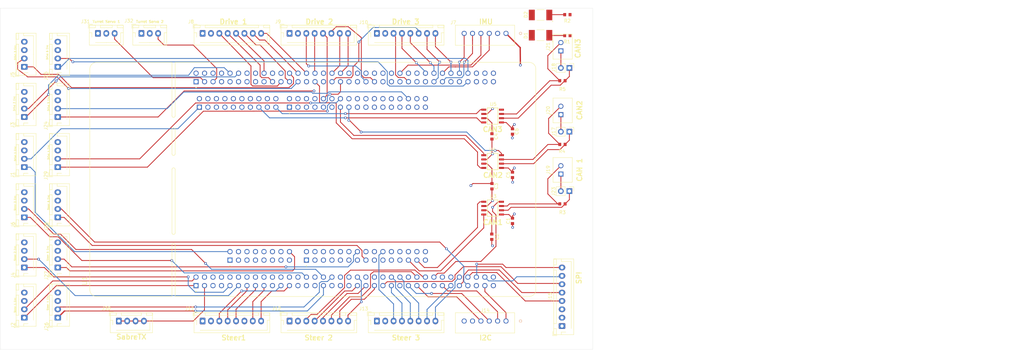
<source format=kicad_pcb>
(kicad_pcb (version 20171130) (host pcbnew "(5.1.12)-1")
  (layers (0 F.Cu signal) (1 5V power hide) (2 GND power hide) (31 B.Cu signal) (35 F.Paste user hide) (37 F.SilkS user) (39 F.Mask user hide) (44 Edge.Cuts user))
  (net 0 "")
  (net 1 GND)
  (net 2 +5V)
  (net 3 "Net-(D1-Pad1)")
  (net 4 LED1)
  (net 5 LED2)
  (net 6 "Net-(D2-Pad1)")
  (net 7 Drive1-Enc-Bout)
  (net 8 Drive1-Enc-Aout)
  (net 9 Steer1-Enc-Aout)
  (net 10 Steer1-Enc-Bout)
  (net 11 Drive2-Enc-Aout)
  (net 12 Drive2-Enc-Bout)
  (net 13 Steer2-Enc-Bout)
  (net 14 Steer2-Enc-Aout)
  (net 15 Drive3-Enc-Bout)
  (net 16 Drive3-Enc-Aout)
  (net 17 Steer3-Enc-Aout)
  (net 18 Steer3-Enc-Bout)
  (net 19 I2C-4-INT0)
  (net 20 I2C-4-INT1)
  (net 21 I2C-4-SCL)
  (net 22 I2C-4-SDA)
  (net 23 +3V3)
  (net 24 "Net-(J8-Pad1)")
  (net 25 Drive1-PWMB)
  (net 26 Drive1-INB2)
  (net 27 Drive1-INB1)
  (net 28 Drive1-PWMA)
  (net 29 Drive1-INA2)
  (net 30 Drive1-INA1)
  (net 31 Drive2-INA1)
  (net 32 Drive2-INA2)
  (net 33 Drive2-PWMA)
  (net 34 Drive2-B1)
  (net 35 Drive2-B2)
  (net 36 Drive2-PWMB)
  (net 37 "Net-(J9-Pad1)")
  (net 38 "Net-(J10-Pad1)")
  (net 39 Drive3-PWMB)
  (net 40 Drive3-INB2)
  (net 41 Drive3-INB1)
  (net 42 Drive3-PWMA)
  (net 43 Drive3-INA2)
  (net 44 Drive3-INA1)
  (net 45 Steer1-INA1)
  (net 46 Steer1-INA2)
  (net 47 Steer1-PWMA)
  (net 48 Steer1-INB1)
  (net 49 Steer1-INB2)
  (net 50 Steer1-PWMB)
  (net 51 "Net-(J11-Pad1)")
  (net 52 "Net-(J12-Pad1)")
  (net 53 Steer2-PWMB)
  (net 54 Steer2-INB2)
  (net 55 Steer2-INB1)
  (net 56 Steer2-PWMA)
  (net 57 Steer2-INA2)
  (net 58 Steer2-INA1)
  (net 59 Steer3-INA1)
  (net 60 Steer3-INA2)
  (net 61 Steer3-PWMA)
  (net 62 Steer3-INB1)
  (net 63 Steer3-INB2)
  (net 64 Steer3-PWMB)
  (net 65 "Net-(J13-Pad1)")
  (net 66 I2C-2-EXTRA)
  (net 67 I2C-2-INT)
  (net 68 I2C-2-SCL)
  (net 69 I2C-2-SDA)
  (net 70 "Net-(J17-Pad1)")
  (net 71 "Net-(J18-Pad1)")
  (net 72 "Net-(J19-Pad2)")
  (net 73 "Net-(J19-Pad1)")
  (net 74 "Net-(J20-Pad2)")
  (net 75 "Net-(J21-Pad2)")
  (net 76 SabreTX)
  (net 77 UART-7-TXD)
  (net 78 UART-7-RTS)
  (net 79 UART-7-RXD)
  (net 80 UART-7-CTS)
  (net 81 ROSReset)
  (net 82 CAN1-TXD)
  (net 83 CAN1-RXD)
  (net 84 CAN1-STBY)
  (net 85 CAN2-STBY)
  (net 86 CAN2-RXD)
  (net 87 CAN2-TXD)
  (net 88 CAN3-TXD)
  (net 89 CAN3-RXD)
  (net 90 CAN3-STBY)
  (net 91 "Net-(U1-Pad28)")
  (net 92 "Net-(U1-Pad27)")
  (net 93 "Net-(U1-Pad29)")
  (net 94 "Net-(U1-Pad26)")
  (net 95 "Net-(U1-Pad99)")
  (net 96 "Net-(U1-Pad42)")
  (net 97 "Net-(U1-Pad14)")
  (net 98 "Net-(U1-Pad73)")
  (net 99 "Net-(U1-Pad45)")
  (net 100 "Net-(U1-Pad103)")
  (net 101 "Net-(U1-Pad37)")
  (net 102 "Net-(U1-Pad138)")
  (net 103 "Net-(U1-Pad25)")
  (net 104 "Net-(J15-Pad1)")
  (net 105 "Net-(U1-Pad87)")
  (net 106 "Net-(U1-Pad92)")
  (net 107 "Net-(U1-Pad91)")
  (net 108 Drive5-Enc-Aout)
  (net 109 Drive5-Enc-Bout)
  (net 110 Drive6-Enc-Aout)
  (net 111 Drive6-Enc-Bout)
  (net 112 Steer4-Enc-Aout)
  (net 113 Steer4-Enc-Bout)
  (net 114 Steer5-Enc-Aout)
  (net 115 Steer5-Enc-Bout)
  (net 116 Steer6-Enc-Aout)
  (net 117 Steer6-Enc-Bout)
  (net 118 Drive4-Enc-Aout)
  (net 119 Drive4-Enc-Bout)
  (net 120 SPI_1_CS)
  (net 121 SPI_1_MISO)
  (net 122 SPI_1_MOSI)
  (net 123 SPI_1_SCK)
  (net 124 SPI_1_INT)
  (net 125 "Net-(U1-Pad155)")
  (net 126 "Net-(U1-Pad154)")
  (net 127 "Net-(U1-Pad156)")
  (net 128 "Net-(U1-Pad153)")
  (net 129 "Net-(U1-Pad150)")
  (net 130 "Net-(U1-Pad149)")
  (net 131 "Net-(U1-Pad145)")
  (net 132 "Net-(U1-Pad157)")
  (net 133 "Net-(U1-Pad116)")
  (net 134 TurretPWM1)
  (net 135 TurretPWM2)
  (net 136 "Net-(U1-Pad35)")
  (module DriverBoard:STM32 (layer F.Cu) (at 146.255 98.66 90)
    (fp_text reference U1 (at -30.305 -68.219 90) (layer F.SilkS) (effects (font (size 1.4 1.4))))
    (fp_text value STM32F767ZITx)
    (pad NC thru_hole circle (at 31.75 53.99 90) (size 1.53 1.53) (drill 1.02) (layers *.Cu *.Mask))
    (pad NC thru_hole circle (at 29.21 53.99 90) (size 1.53 1.53) (drill 1.02) (layers *.Cu *.Mask))
    (pad 91 thru_hole circle (at 31.75 51.45 90) (size 1.53 1.53) (drill 1.02) (layers *.Cu *.Mask) (net 107 "Net-(U1-Pad91)"))
    (pad 89 thru_hole circle (at 29.21 51.45 90) (size 1.53 1.53) (drill 1.02) (layers *.Cu *.Mask) (net 4 LED1))
    (pad 90 thru_hole circle (at 31.75 48.91 90) (size 1.53 1.53) (drill 1.02) (layers *.Cu *.Mask) (net 5 LED2))
    (pad 92 thru_hole circle (at 29.21 48.91 90) (size 1.53 1.53) (drill 1.02) (layers *.Cu *.Mask) (net 106 "Net-(U1-Pad92)"))
    (pad 93 thru_hole circle (at 31.75 46.37 90) (size 1.53 1.53) (drill 1.02) (layers *.Cu *.Mask) (net 111 Drive6-Enc-Bout))
    (pad 79 thru_hole circle (at 29.21 46.37 90) (size 1.53 1.53) (drill 1.02) (layers *.Cu *.Mask) (net 110 Drive6-Enc-Aout))
    (pad 141 thru_hole circle (at 31.75 43.83 90) (size 1.53 1.53) (drill 1.02) (layers *.Cu *.Mask) (net 19 I2C-4-INT0))
    (pad 167 thru_hole circle (at 29.21 43.83 90) (size 1.53 1.53) (drill 1.02) (layers *.Cu *.Mask))
    (pad 49 thru_hole circle (at 31.75 41.29 90) (size 1.53 1.53) (drill 1.02) (layers *.Cu *.Mask) (net 44 Drive3-INA1))
    (pad 129 thru_hole circle (at 29.21 41.29 90) (size 1.53 1.53) (drill 1.02) (layers *.Cu *.Mask) (net 119 Drive4-Enc-Bout))
    (pad 55 thru_hole circle (at 31.75 38.75 90) (size 1.53 1.53) (drill 1.02) (layers *.Cu *.Mask) (net 22 I2C-4-SDA))
    (pad 50 thru_hole circle (at 29.21 38.75 90) (size 1.53 1.53) (drill 1.02) (layers *.Cu *.Mask) (net 20 I2C-4-INT1))
    (pad 13 thru_hole circle (at 31.75 36.21 90) (size 1.53 1.53) (drill 1.02) (layers *.Cu *.Mask) (net 41 Drive3-INB1))
    (pad 53 thru_hole circle (at 29.21 36.21 90) (size 1.53 1.53) (drill 1.02) (layers *.Cu *.Mask) (net 43 Drive3-INA2))
    (pad 64 thru_hole circle (at 31.75 33.67 90) (size 1.53 1.53) (drill 1.02) (layers *.Cu *.Mask) (net 40 Drive3-INB2))
    (pad 66 thru_hole circle (at 29.21 33.67 90) (size 1.53 1.53) (drill 1.02) (layers *.Cu *.Mask) (net 34 Drive2-B1))
    (pad 158 thru_hole circle (at 31.75 31.13 90) (size 1.53 1.53) (drill 1.02) (layers *.Cu *.Mask) (net 1 GND))
    (pad 68 thru_hole circle (at 29.21 31.13 90) (size 1.53 1.53) (drill 1.02) (layers *.Cu *.Mask) (net 108 Drive5-Enc-Aout))
    (pad 60 thru_hole circle (at 31.75 28.59 90) (size 1.53 1.53) (drill 1.02) (layers *.Cu *.Mask) (net 78 UART-7-RTS))
    (pad 67 thru_hole circle (at 29.21 28.59 90) (size 1.53 1.53) (drill 1.02) (layers *.Cu *.Mask) (net 39 Drive3-PWMB))
    (pad 54 thru_hole circle (at 31.75 26.05 90) (size 1.53 1.53) (drill 1.02) (layers *.Cu *.Mask) (net 21 I2C-4-SCL))
    (pad 65 thru_hole circle (at 29.21 26.05 90) (size 1.53 1.53) (drill 1.02) (layers *.Cu *.Mask) (net 90 CAN3-STBY))
    (pad 86 thru_hole circle (at 31.75 23.51 90) (size 1.53 1.53) (drill 1.02) (layers *.Cu *.Mask) (net 64 Steer3-PWMB))
    (pad 63 thru_hole circle (at 29.21 23.51 90) (size 1.53 1.53) (drill 1.02) (layers *.Cu *.Mask) (net 80 UART-7-CTS))
    (pad 85 thru_hole circle (at 31.75 20.97 90) (size 1.53 1.53) (drill 1.02) (layers *.Cu *.Mask) (net 61 Steer3-PWMA))
    (pad 80 thru_hole circle (at 29.21 20.97 90) (size 1.53 1.53) (drill 1.02) (layers *.Cu *.Mask) (net 81 ROSReset))
    (pad 58 thru_hole circle (at 31.75 18.43 90) (size 1.53 1.53) (drill 1.02) (layers *.Cu *.Mask) (net 79 UART-7-RXD))
    (pad 81 thru_hole circle (at 29.21 18.43 90) (size 1.53 1.53) (drill 1.02) (layers *.Cu *.Mask) (net 33 Drive2-PWMA))
    (pad 22 thru_hole circle (at 31.75 15.89 90) (size 1.53 1.53) (drill 1.02) (layers *.Cu *.Mask) (net 109 Drive5-Enc-Bout))
    (pad 82 thru_hole circle (at 29.21 15.89 90) (size 1.53 1.53) (drill 1.02) (layers *.Cu *.Mask) (net 36 Drive2-PWMB))
    (pad 59 thru_hole circle (at 31.75 13.35 90) (size 1.53 1.53) (drill 1.02) (layers *.Cu *.Mask) (net 77 UART-7-TXD))
    (pad 158 thru_hole circle (at 29.21 13.35 90) (size 1.53 1.53) (drill 1.02) (layers *.Cu *.Mask) (net 1 GND))
    (pad 14 thru_hole circle (at 31.75 10.81 90) (size 1.53 1.53) (drill 1.02) (layers *.Cu *.Mask) (net 97 "Net-(U1-Pad14)"))
    (pad 37 thru_hole circle (at 29.21 10.81 90) (size 1.53 1.53) (drill 1.02) (layers *.Cu *.Mask) (net 101 "Net-(U1-Pad37)"))
    (pad 15 thru_hole circle (at 31.75 8.27 90) (size 1.53 1.53) (drill 1.02) (layers *.Cu *.Mask) (net 31 Drive2-INA1))
    (pad 36 thru_hole circle (at 29.21 8.27 90) (size 1.53 1.53) (drill 1.02) (layers *.Cu *.Mask) (net 118 Drive4-Enc-Aout))
    (pad 44 thru_hole circle (at 31.75 5.73 90) (size 1.53 1.53) (drill 1.02) (layers *.Cu *.Mask) (net 32 Drive2-INA2))
    (pad 102 thru_hole circle (at 29.21 5.73 90) (size 1.53 1.53) (drill 1.02) (layers *.Cu *.Mask) (net 42 Drive3-PWMA))
    (pad 159 thru_hole circle (at 31.75 3.19 90) (size 1.53 1.53) (drill 1.02) (layers *.Cu *.Mask))
    (pad 133 thru_hole circle (at 29.21 3.19 90) (size 1.53 1.53) (drill 1.02) (layers *.Cu *.Mask) (net 89 CAN3-RXD))
    (pad 74 thru_hole circle (at 31.75 0.65 90) (size 1.53 1.53) (drill 1.02) (layers *.Cu *.Mask) (net 35 Drive2-B2))
    (pad 135 thru_hole circle (at 29.21 0.65 90) (size 1.53 1.53) (drill 1.02) (layers *.Cu *.Mask) (net 86 CAN2-RXD))
    (pad 75 thru_hole circle (at 31.75 -1.89 90) (size 1.53 1.53) (drill 1.02) (layers *.Cu *.Mask) (net 30 Drive1-INA1))
    (pad 134 thru_hole circle (at 29.21 -1.89 90) (size 1.53 1.53) (drill 1.02) (layers *.Cu *.Mask) (net 88 CAN3-TXD))
    (pad 76 thru_hole circle (at 31.75 -4.43 90) (size 1.53 1.53) (drill 1.02) (layers *.Cu *.Mask) (net 29 Drive1-INA2))
    (pad 69 thru_hole circle (at 29.21 -4.43 90) (size 1.53 1.53) (drill 1.02) (layers *.Cu *.Mask) (net 16 Drive3-Enc-Aout))
    (pad 47 thru_hole circle (at 31.75 -6.97 90) (size 1.53 1.53) (drill 1.02) (layers *.Cu *.Mask) (net 15 Drive3-Enc-Bout))
    (pad 100 thru_hole circle (at 29.21 -6.97 90) (size 1.53 1.53) (drill 1.02) (layers *.Cu *.Mask) (net 28 Drive1-PWMA))
    (pad 48 thru_hole circle (at 31.75 -9.51 90) (size 1.53 1.53) (drill 1.02) (layers *.Cu *.Mask) (net 85 CAN2-STBY))
    (pad 101 thru_hole circle (at 29.21 -9.51 90) (size 1.53 1.53) (drill 1.02) (layers *.Cu *.Mask) (net 25 Drive1-PWMB))
    (pad 158 thru_hole circle (at 31.75 -12.05 90) (size 1.53 1.53) (drill 1.02) (layers *.Cu *.Mask) (net 1 GND))
    (pad 97 thru_hole circle (at 29.21 -12.05 90) (size 1.53 1.53) (drill 1.02) (layers *.Cu *.Mask) (net 26 Drive1-INB2))
    (pad 70 thru_hole circle (at 31.75 -14.59 90) (size 1.53 1.53) (drill 1.02) (layers *.Cu *.Mask) (net 27 Drive1-INB1))
    (pad 136 thru_hole circle (at 29.21 -14.59 90) (size 1.53 1.53) (drill 1.02) (layers *.Cu *.Mask) (net 87 CAN2-TXD))
    (pad 73 thru_hole circle (at 31.75 -17.13 90) (size 1.53 1.53) (drill 1.02) (layers *.Cu *.Mask) (net 98 "Net-(U1-Pad73)"))
    (pad 43 thru_hole circle (at 29.21 -17.13 90) (size 1.53 1.53) (drill 1.02) (layers *.Cu *.Mask) (net 117 Steer6-Enc-Bout))
    (pad 103 thru_hole circle (at 31.75 -19.67 90) (size 1.53 1.53) (drill 1.02) (layers *.Cu *.Mask) (net 100 "Net-(U1-Pad103)"))
    (pad 42 thru_hole circle (at 29.21 -19.67 90) (size 1.53 1.53) (drill 1.02) (layers *.Cu *.Mask) (net 96 "Net-(U1-Pad42)"))
    (pad 104 thru_hole circle (at 31.75 -22.21 90) (size 1.53 1.53) (drill 1.02) (layers *.Cu *.Mask) (net 11 Drive2-Enc-Aout))
    (pad 41 thru_hole circle (at 29.21 -22.21 90) (size 1.53 1.53) (drill 1.02) (layers *.Cu *.Mask) (net 47 Steer1-PWMA))
    (pad 77 thru_hole circle (at 31.75 -24.75 90) (size 1.53 1.53) (drill 1.02) (layers *.Cu *.Mask) (net 12 Drive2-Enc-Bout))
    (pad 158 thru_hole circle (at 29.21 -24.75 90) (size 1.53 1.53) (drill 1.02) (layers *.Cu *.Mask) (net 1 GND))
    (pad 157 thru_hole circle (at 31.75 -27.29 90) (size 1.53 1.53) (drill 1.02) (layers *.Cu *.Mask) (net 132 "Net-(U1-Pad157)"))
    (pad 155 thru_hole circle (at 29.21 -27.29 90) (size 1.53 1.53) (drill 1.02) (layers *.Cu *.Mask) (net 125 "Net-(U1-Pad155)"))
    (pad 45 thru_hole circle (at 31.75 -29.83 90) (size 1.53 1.53) (drill 1.02) (layers *.Cu *.Mask) (net 99 "Net-(U1-Pad45)"))
    (pad 140 thru_hole circle (at 29.21 -29.83 90) (size 1.53 1.53) (drill 1.02) (layers *.Cu *.Mask) (net 135 TurretPWM2))
    (pad 96 thru_hole circle (at 31.75 -32.37 90) (size 1.53 1.53) (drill 1.02) (layers *.Cu *.Mask) (net 8 Drive1-Enc-Aout))
    (pad 139 thru_hole circle (at 29.21 -32.37 90) (size 1.53 1.53) (drill 1.02) (layers *.Cu *.Mask) (net 134 TurretPWM1))
    (pad 70 thru_hole circle (at 24.13 33.65 90) (size 1.53 1.53) (drill 1.02) (layers *.Cu *.Mask) (net 27 Drive1-INB1))
    (pad 141 thru_hole circle (at 21.59 33.65 90) (size 1.53 1.53) (drill 1.02) (layers *.Cu *.Mask) (net 19 I2C-4-INT0))
    (pad 57 thru_hole circle (at -21.59 33.65 90) (size 1.53 1.53) (drill 1.02) (layers *.Cu *.Mask) (net 84 CAN1-STBY))
    (pad 56 thru_hole circle (at -24.13 33.65 90) (size 1.53 1.53) (drill 1.02) (layers *.Cu *.Mask) (net 67 I2C-2-INT))
    (pad 50 thru_hole circle (at 24.13 -11.054 90) (size 1.53 1.53) (drill 1.02) (layers *.Cu *.Mask) (net 20 I2C-4-INT1))
    (pad 134 thru_hole circle (at 21.59 -11.054 90) (size 1.53 1.53) (drill 1.02) (layers *.Cu *.Mask) (net 88 CAN3-TXD))
    (pad 86 thru_hole circle (at 24.13 -13.594 90) (size 1.53 1.53) (drill 1.02) (layers *.Cu *.Mask) (net 64 Steer3-PWMB))
    (pad 40 thru_hole circle (at 21.59 -13.594 90) (size 1.53 1.53) (drill 1.02) (layers *.Cu *.Mask) (net 17 Steer3-Enc-Aout))
    (pad 85 thru_hole circle (at 24.13 -16.134 90) (size 1.53 1.53) (drill 1.02) (layers *.Cu *.Mask) (net 61 Steer3-PWMA))
    (pad 133 thru_hole circle (at 21.59 -16.134 90) (size 1.53 1.53) (drill 1.02) (layers *.Cu *.Mask) (net 89 CAN3-RXD))
    (pad 43 thru_hole circle (at 24.13 -18.674 90) (size 1.53 1.53) (drill 1.02) (layers *.Cu *.Mask) (net 117 Steer6-Enc-Bout))
    (pad 135 thru_hole circle (at 21.59 -18.674 90) (size 1.53 1.53) (drill 1.02) (layers *.Cu *.Mask) (net 86 CAN2-RXD))
    (pad 42 thru_hole circle (at 24.13 -21.214 90) (size 1.53 1.53) (drill 1.02) (layers *.Cu *.Mask) (net 96 "Net-(U1-Pad42)"))
    (pad 97 thru_hole circle (at 21.59 -21.214 90) (size 1.53 1.53) (drill 1.02) (layers *.Cu *.Mask) (net 26 Drive1-INB2))
    (pad 41 thru_hole circle (at 24.13 -23.754 90) (size 1.53 1.53) (drill 1.02) (layers *.Cu *.Mask) (net 47 Steer1-PWMA))
    (pad 110 thru_hole circle (at 21.59 -23.754 90) (size 1.53 1.53) (drill 1.02) (layers *.Cu *.Mask) (net 46 Steer1-INA2))
    (pad 158 thru_hole circle (at 24.13 -26.294 90) (size 1.53 1.53) (drill 1.02) (layers *.Cu *.Mask) (net 1 GND))
    (pad 73 thru_hole circle (at 21.59 -26.294 90) (size 1.53 1.53) (drill 1.02) (layers *.Cu *.Mask) (net 98 "Net-(U1-Pad73)"))
    (pad 154 thru_hole circle (at 24.13 -28.834 90) (size 1.53 1.53) (drill 1.02) (layers *.Cu *.Mask) (net 126 "Net-(U1-Pad154)"))
    (pad 74 thru_hole circle (at 21.59 -28.834 90) (size 1.53 1.53) (drill 1.02) (layers *.Cu *.Mask) (net 35 Drive2-B2))
    (pad 140 thru_hole circle (at 24.13 -31.374 90) (size 1.53 1.53) (drill 1.02) (layers *.Cu *.Mask) (net 135 TurretPWM2))
    (pad 76 thru_hole circle (at 21.59 -31.374 90) (size 1.53 1.53) (drill 1.02) (layers *.Cu *.Mask) (net 29 Drive1-INA2))
    (pad None np_thru_hole circle (at -24.13 -38.74 90) (size 3.2 3.2) (drill 3.2) (layers *.Cu *.Mask))
    (pad None np_thru_hole circle (at 8.89 13.33 90) (size 3.2 3.2) (drill 3.2) (layers *.Cu *.Mask))
    (pad None np_thru_hole circle (at 24.13 -37.47 90) (size 3.2 3.2) (drill 3.2) (layers *.Cu *.Mask))
    (pad NC thru_hole circle (at -29.21 53.97 90) (size 1.53 1.53) (drill 1.02) (layers *.Cu *.Mask))
    (pad NC thru_hole circle (at -31.75 53.97 90) (size 1.53 1.53) (drill 1.02) (layers *.Cu *.Mask))
    (pad 69 thru_hole circle (at 24.13 31.11 90) (size 1.53 1.53) (drill 1.02) (layers *.Cu *.Mask) (net 16 Drive3-Enc-Aout))
    (pad 46 thru_hole circle (at 21.59 31.11 90) (size 1.53 1.53) (drill 1.02) (layers *.Cu *.Mask) (net 112 Steer4-Enc-Aout))
    (pad 68 thru_hole circle (at 24.13 28.57 90) (size 1.53 1.53) (drill 1.02) (layers *.Cu *.Mask) (net 108 Drive5-Enc-Aout))
    (pad 34 thru_hole circle (at 21.59 28.57 90) (size 1.53 1.53) (drill 1.02) (layers *.Cu *.Mask) (net 18 Steer3-Enc-Bout))
    (pad 67 thru_hole circle (at 24.13 26.03 90) (size 1.53 1.53) (drill 1.02) (layers *.Cu *.Mask) (net 39 Drive3-PWMB))
    (pad 158 thru_hole circle (at 21.59 26.03 90) (size 1.53 1.53) (drill 1.02) (layers *.Cu *.Mask) (net 1 GND))
    (pad 65 thru_hole circle (at 24.13 23.49 90) (size 1.53 1.53) (drill 1.02) (layers *.Cu *.Mask) (net 90 CAN3-STBY))
    (pad 1 thru_hole circle (at 21.59 23.49 90) (size 1.53 1.53) (drill 1.02) (layers *.Cu *.Mask) (net 114 Steer5-Enc-Aout))
    (pad 63 thru_hole circle (at 24.13 20.95 90) (size 1.53 1.53) (drill 1.02) (layers *.Cu *.Mask) (net 80 UART-7-CTS))
    (pad 80 thru_hole circle (at 21.59 20.95 90) (size 1.53 1.53) (drill 1.02) (layers *.Cu *.Mask) (net 81 ROSReset))
    (pad 158 thru_hole circle (at 24.13 18.41 90) (size 1.53 1.53) (drill 1.02) (layers *.Cu *.Mask) (net 1 GND))
    (pad 81 thru_hole circle (at 21.59 18.41 90) (size 1.53 1.53) (drill 1.02) (layers *.Cu *.Mask) (net 33 Drive2-PWMA))
    (pad 58 thru_hole circle (at 24.13 15.87 90) (size 1.53 1.53) (drill 1.02) (layers *.Cu *.Mask) (net 79 UART-7-RXD))
    (pad 82 thru_hole circle (at 21.59 15.87 90) (size 1.53 1.53) (drill 1.02) (layers *.Cu *.Mask) (net 36 Drive2-PWMB))
    (pad 59 thru_hole circle (at 24.13 13.33 90) (size 1.53 1.53) (drill 1.02) (layers *.Cu *.Mask) (net 77 UART-7-TXD))
    (pad 158 thru_hole circle (at 21.59 13.33 90) (size 1.53 1.53) (drill 1.02) (layers *.Cu *.Mask) (net 1 GND))
    (pad None np_thru_hole circle (at 22.86 37.46 90) (size 3.2 3.2) (drill 3.2) (layers *.Cu *.Mask))
    (pad 124 thru_hole circle (at 24.13 10.79 90) (size 1.53 1.53) (drill 1.02) (layers *.Cu *.Mask) (net 121 SPI_1_MISO))
    (pad 48 thru_hole circle (at 21.59 10.79 90) (size 1.53 1.53) (drill 1.02) (layers *.Cu *.Mask) (net 85 CAN2-STBY))
    (pad 129 thru_hole circle (at 24.13 8.25 90) (size 1.53 1.53) (drill 1.02) (layers *.Cu *.Mask) (net 119 Drive4-Enc-Bout))
    (pad 136 thru_hole circle (at 21.59 8.25 90) (size 1.53 1.53) (drill 1.02) (layers *.Cu *.Mask) (net 87 CAN2-TXD))
    (pad 55 thru_hole circle (at 24.13 5.71 90) (size 1.53 1.53) (drill 1.02) (layers *.Cu *.Mask) (net 22 I2C-4-SDA))
    (pad 14 thru_hole circle (at 21.59 5.71 90) (size 1.53 1.53) (drill 1.02) (layers *.Cu *.Mask) (net 97 "Net-(U1-Pad14)"))
    (pad 66 thru_hole circle (at 24.13 3.17 90) (size 1.53 1.53) (drill 1.02) (layers *.Cu *.Mask) (net 34 Drive2-B1))
    (pad 28 thru_hole circle (at 21.59 3.17 90) (size 1.53 1.53) (drill 1.02) (layers *.Cu *.Mask) (net 91 "Net-(U1-Pad28)"))
    (pad 54 thru_hole circle (at 24.13 0.63 90) (size 1.53 1.53) (drill 1.02) (layers *.Cu *.Mask) (net 21 I2C-4-SCL))
    (pad 47 thru_hole circle (at 21.59 0.63 90) (size 1.53 1.53) (drill 1.02) (layers *.Cu *.Mask) (net 15 Drive3-Enc-Bout))
    (pad 64 thru_hole circle (at 24.13 -1.91 90) (size 1.53 1.53) (drill 1.02) (layers *.Cu *.Mask) (net 40 Drive3-INB2))
    (pad 158 thru_hole circle (at 21.59 -1.91 90) (size 1.53 1.53) (drill 1.02) (layers *.Cu *.Mask) (net 1 GND))
    (pad 60 thru_hole circle (at 24.13 -4.45 90) (size 1.53 1.53) (drill 1.02) (layers *.Cu *.Mask) (net 78 UART-7-RTS))
    (pad 159 thru_hole circle (at 21.59 -4.45 90) (size 1.53 1.53) (drill 1.02) (layers *.Cu *.Mask))
    (pad 53 thru_hole circle (at 24.13 -6.99 90) (size 1.53 1.53) (drill 1.02) (layers *.Cu *.Mask) (net 43 Drive3-INA2))
    (pad 156 thru_hole rect (at 21.59 -6.99 90) (size 1.53 1.53) (drill 1.02) (layers *.Cu *.Mask) (net 127 "Net-(U1-Pad156)"))
    (pad 139 thru_hole circle (at 24.13 -33.914 90) (size 1.53 1.53) (drill 1.02) (layers *.Cu *.Mask) (net 134 TurretPWM1))
    (pad 96 thru_hole rect (at 21.59 -33.914 90) (size 1.53 1.53) (drill 1.02) (layers *.Cu *.Mask) (net 8 Drive1-Enc-Aout))
    (pad None np_thru_hole circle (at -22.86 37.46 90) (size 3.2 3.2) (drill 3.2) (layers *.Cu *.Mask))
    (pad 21 thru_hole circle (at -21.59 31.11 90) (size 1.53 1.53) (drill 1.02) (layers *.Cu *.Mask) (net 53 Steer2-PWMB))
    (pad 115 thru_hole circle (at -24.13 31.11 90) (size 1.53 1.53) (drill 1.02) (layers *.Cu *.Mask) (net 82 CAN1-TXD))
    (pad 19 thru_hole circle (at -21.59 28.57 90) (size 1.53 1.53) (drill 1.02) (layers *.Cu *.Mask) (net 14 Steer2-Enc-Aout))
    (pad 114 thru_hole circle (at -24.13 28.57 90) (size 1.53 1.53) (drill 1.02) (layers *.Cu *.Mask) (net 83 CAN1-RXD))
    (pad 20 thru_hole circle (at -21.59 26.03 90) (size 1.53 1.53) (drill 1.02) (layers *.Cu *.Mask) (net 56 Steer2-PWMA))
    (pad 158 thru_hole circle (at -24.13 26.03 90) (size 1.53 1.53) (drill 1.02) (layers *.Cu *.Mask) (net 1 GND))
    (pad 2 thru_hole circle (at -21.59 23.49 90) (size 1.53 1.53) (drill 1.02) (layers *.Cu *.Mask) (net 63 Steer3-INB2))
    (pad 10 thru_hole circle (at -24.13 23.49 90) (size 1.53 1.53) (drill 1.02) (layers *.Cu *.Mask) (net 69 I2C-2-SDA))
    (pad 5 thru_hole circle (at -21.59 20.95 90) (size 1.53 1.53) (drill 1.02) (layers *.Cu *.Mask) (net 64 Steer3-PWMB))
    (pad 11 thru_hole circle (at -24.13 20.95 90) (size 1.53 1.53) (drill 1.02) (layers *.Cu *.Mask) (net 68 I2C-2-SCL))
    (pad 4 thru_hole circle (at -21.59 18.41 90) (size 1.53 1.53) (drill 1.02) (layers *.Cu *.Mask) (net 61 Steer3-PWMA))
    (pad 12 thru_hole circle (at -24.13 18.41 90) (size 1.53 1.53) (drill 1.02) (layers *.Cu *.Mask) (net 66 I2C-2-EXTRA))
    (pad 3 thru_hole circle (at -21.59 15.87 90) (size 1.53 1.53) (drill 1.02) (layers *.Cu *.Mask) (net 62 Steer3-INB1))
    (pad 43 thru_hole circle (at -24.13 15.87 90) (size 1.53 1.53) (drill 1.02) (layers *.Cu *.Mask) (net 117 Steer6-Enc-Bout))
    (pad 1 thru_hole circle (at -21.59 13.33 90) (size 1.53 1.53) (drill 1.02) (layers *.Cu *.Mask) (net 114 Steer5-Enc-Aout))
    (pad NC thru_hole circle (at -24.13 13.33 90) (size 1.53 1.53) (drill 1.02) (layers *.Cu *.Mask))
    (pad 158 thru_hole circle (at -21.59 10.79 90) (size 1.53 1.53) (drill 1.02) (layers *.Cu *.Mask) (net 1 GND))
    (pad 22 thru_hole circle (at -24.13 10.79 90) (size 1.53 1.53) (drill 1.02) (layers *.Cu *.Mask) (net 109 Drive5-Enc-Bout))
    (pad 117 thru_hole circle (at -21.59 8.25 90) (size 1.53 1.53) (drill 1.02) (layers *.Cu *.Mask) (net 58 Steer2-INA1))
    (pad 15 thru_hole circle (at -24.13 8.25 90) (size 1.53 1.53) (drill 1.02) (layers *.Cu *.Mask) (net 31 Drive2-INA1))
    (pad 118 thru_hole circle (at -21.59 5.71 90) (size 1.53 1.53) (drill 1.02) (layers *.Cu *.Mask) (net 54 Steer2-INB2))
    (pad 13 thru_hole circle (at -24.13 5.71 90) (size 1.53 1.53) (drill 1.02) (layers *.Cu *.Mask) (net 41 Drive3-INB1))
    (pad 119 thru_hole circle (at -21.59 3.17 90) (size 1.53 1.53) (drill 1.02) (layers *.Cu *.Mask) (net 55 Steer2-INB1))
    (pad 29 thru_hole circle (at -24.13 3.17 90) (size 1.53 1.53) (drill 1.02) (layers *.Cu *.Mask) (net 93 "Net-(U1-Pad29)"))
    (pad 122 thru_hole circle (at -21.59 0.63 90) (size 1.53 1.53) (drill 1.02) (layers *.Cu *.Mask) (net 57 Steer2-INA2))
    (pad 26 thru_hole circle (at -24.13 0.63 90) (size 1.53 1.53) (drill 1.02) (layers *.Cu *.Mask) (net 94 "Net-(U1-Pad26)"))
    (pad 123 thru_hole circle (at -21.59 -1.91 90) (size 1.53 1.53) (drill 1.02) (layers *.Cu *.Mask) (net 122 SPI_1_MOSI))
    (pad 37 thru_hole rect (at -24.13 -1.91 90) (size 1.53 1.53) (drill 1.02) (layers *.Cu *.Mask) (net 101 "Net-(U1-Pad37)"))
    (pad 88 thru_hole circle (at -21.59 -6.99 90) (size 1.53 1.53) (drill 1.02) (layers *.Cu *.Mask) (net 115 Steer5-Enc-Bout))
    (pad 153 thru_hole circle (at -24.13 -6.99 90) (size 1.53 1.53) (drill 1.02) (layers *.Cu *.Mask) (net 128 "Net-(U1-Pad153)"))
    (pad 87 thru_hole circle (at -21.59 -9.53 90) (size 1.53 1.53) (drill 1.02) (layers *.Cu *.Mask) (net 105 "Net-(U1-Pad87)"))
    (pad 158 thru_hole circle (at -24.13 -9.53 90) (size 1.53 1.53) (drill 1.02) (layers *.Cu *.Mask) (net 1 GND))
    (pad 116 thru_hole circle (at -21.59 -12.07 90) (size 1.53 1.53) (drill 1.02) (layers *.Cu *.Mask) (net 133 "Net-(U1-Pad116)"))
    (pad 158 thru_hole circle (at -24.13 -12.07 90) (size 1.53 1.53) (drill 1.02) (layers *.Cu *.Mask) (net 1 GND))
    (pad 113 thru_hole circle (at -21.59 -14.61 90) (size 1.53 1.53) (drill 1.02) (layers *.Cu *.Mask) (net 76 SabreTX))
    (pad 152 thru_hole circle (at -24.13 -14.61 90) (size 1.53 1.53) (drill 1.02) (layers *.Cu *.Mask) (net 2 +5V))
    (pad 112 thru_hole circle (at -21.59 -17.15 90) (size 1.53 1.53) (drill 1.02) (layers *.Cu *.Mask) (net 9 Steer1-Enc-Aout))
    (pad 151 thru_hole circle (at -24.13 -17.15 90) (size 1.53 1.53) (drill 1.02) (layers *.Cu *.Mask) (net 23 +3V3))
    (pad 111 thru_hole circle (at -21.59 -19.69 90) (size 1.53 1.53) (drill 1.02) (layers *.Cu *.Mask) (net 10 Steer1-Enc-Bout))
    (pad 25 thru_hole circle (at -24.13 -19.69 90) (size 1.53 1.53) (drill 1.02) (layers *.Cu *.Mask) (net 103 "Net-(U1-Pad25)"))
    (pad 99 thru_hole circle (at -21.59 -22.23 90) (size 1.53 1.53) (drill 1.02) (layers *.Cu *.Mask) (net 95 "Net-(U1-Pad99)"))
    (pad 150 thru_hole circle (at -24.13 -22.23 90) (size 1.53 1.53) (drill 1.02) (layers *.Cu *.Mask) (net 129 "Net-(U1-Pad150)"))
    (pad 98 thru_hole circle (at -21.59 -24.77 90) (size 1.53 1.53) (drill 1.02) (layers *.Cu *.Mask) (net 7 Drive1-Enc-Bout))
    (pad NC thru_hole rect (at -24.13 -24.77 90) (size 1.53 1.53) (drill 1.02) (layers *.Cu *.Mask))
    (pad 98 thru_hole circle (at 31.75 -34.91 90) (size 1.53 1.53) (drill 1.02) (layers *.Cu *.Mask) (net 7 Drive1-Enc-Bout))
    (pad 99 thru_hole rect (at 29.21 -34.91 90) (size 1.53 1.53) (drill 1.02) (layers *.Cu *.Mask) (net 95 "Net-(U1-Pad99)"))
    (pad 126 thru_hole circle (at -29.21 51.43 90) (size 1.53 1.53) (drill 1.02) (layers *.Cu *.Mask) (net 123 SPI_1_SCK))
    (pad 78 thru_hole circle (at -31.75 51.43 90) (size 1.53 1.53) (drill 1.02) (layers *.Cu *.Mask) (net 66 I2C-2-EXTRA))
    (pad 128 thru_hole circle (at -29.21 48.89 90) (size 1.53 1.53) (drill 1.02) (layers *.Cu *.Mask) (net 124 SPI_1_INT))
    (pad NC thru_hole circle (at -31.75 48.89 90) (size 1.53 1.53) (drill 1.02) (layers *.Cu *.Mask))
    (pad 125 thru_hole circle (at -29.21 46.35 90) (size 1.53 1.53) (drill 1.02) (layers *.Cu *.Mask) (net 120 SPI_1_CS))
    (pad 127 thru_hole circle (at -31.75 46.35 90) (size 1.53 1.53) (drill 1.02) (layers *.Cu *.Mask) (net 116 Steer6-Enc-Aout))
    (pad 132 thru_hole circle (at -29.21 43.81 90) (size 1.53 1.53) (drill 1.02) (layers *.Cu *.Mask) (net 59 Steer3-INA1))
    (pad 124 thru_hole circle (at -31.75 43.81 90) (size 1.53 1.53) (drill 1.02) (layers *.Cu *.Mask) (net 121 SPI_1_MISO))
    (pad 5 thru_hole circle (at -29.21 41.27 90) (size 1.53 1.53) (drill 1.02) (layers *.Cu *.Mask) (net 64 Steer3-PWMB))
    (pad 142 thru_hole circle (at -31.75 41.27 90) (size 1.53 1.53) (drill 1.02) (layers *.Cu *.Mask) (net 60 Steer3-INA2))
    (pad 177 thru_hole circle (at -29.21 38.73 90) (size 1.53 1.53) (drill 1.02) (layers *.Cu *.Mask))
    (pad 56 thru_hole circle (at -31.75 38.73 90) (size 1.53 1.53) (drill 1.02) (layers *.Cu *.Mask) (net 67 I2C-2-INT))
    (pad 57 thru_hole circle (at -29.21 36.19 90) (size 1.53 1.53) (drill 1.02) (layers *.Cu *.Mask) (net 84 CAN1-STBY))
    (pad 114 thru_hole circle (at -31.75 36.19 90) (size 1.53 1.53) (drill 1.02) (layers *.Cu *.Mask) (net 83 CAN1-RXD))
    (pad 21 thru_hole circle (at -29.21 33.65 90) (size 1.53 1.53) (drill 1.02) (layers *.Cu *.Mask) (net 53 Steer2-PWMB))
    (pad 115 thru_hole circle (at -31.75 33.65 90) (size 1.53 1.53) (drill 1.02) (layers *.Cu *.Mask) (net 82 CAN1-TXD))
    (pad 20 thru_hole circle (at -29.21 31.11 90) (size 1.53 1.53) (drill 1.02) (layers *.Cu *.Mask) (net 56 Steer2-PWMA))
    (pad 10 thru_hole circle (at -31.75 31.11 90) (size 1.53 1.53) (drill 1.02) (layers *.Cu *.Mask) (net 69 I2C-2-SDA))
    (pad 12 thru_hole circle (at -29.21 28.57 90) (size 1.53 1.53) (drill 1.02) (layers *.Cu *.Mask) (net 66 I2C-2-EXTRA))
    (pad 11 thru_hole circle (at -31.75 28.57 90) (size 1.53 1.53) (drill 1.02) (layers *.Cu *.Mask) (net 68 I2C-2-SCL))
    (pad 4 thru_hole circle (at -29.21 26.03 90) (size 1.53 1.53) (drill 1.02) (layers *.Cu *.Mask) (net 61 Steer3-PWMA))
    (pad 158 thru_hole circle (at -31.75 26.03 90) (size 1.53 1.53) (drill 1.02) (layers *.Cu *.Mask) (net 1 GND))
    (pad 3 thru_hole circle (at -29.21 23.49 90) (size 1.53 1.53) (drill 1.02) (layers *.Cu *.Mask) (net 62 Steer3-INB1))
    (pad 2 thru_hole circle (at -31.75 23.49 90) (size 1.53 1.53) (drill 1.02) (layers *.Cu *.Mask) (net 63 Steer3-INB2))
    (pad 1 thru_hole circle (at -29.21 20.95 90) (size 1.53 1.53) (drill 1.02) (layers *.Cu *.Mask) (net 114 Steer5-Enc-Aout))
    (pad 123 thru_hole circle (at -31.75 20.95 90) (size 1.53 1.53) (drill 1.02) (layers *.Cu *.Mask) (net 122 SPI_1_MOSI))
    (pad 88 thru_hole circle (at -29.21 18.41 90) (size 1.53 1.53) (drill 1.02) (layers *.Cu *.Mask) (net 115 Steer5-Enc-Bout))
    (pad 122 thru_hole circle (at -31.75 18.41 90) (size 1.53 1.53) (drill 1.02) (layers *.Cu *.Mask) (net 57 Steer2-INA2))
    (pad 87 thru_hole circle (at -29.21 15.87 90) (size 1.53 1.53) (drill 1.02) (layers *.Cu *.Mask) (net 105 "Net-(U1-Pad87)"))
    (pad 119 thru_hole circle (at -31.75 15.87 90) (size 1.53 1.53) (drill 1.02) (layers *.Cu *.Mask) (net 55 Steer2-INB1))
    (pad 117 thru_hole circle (at -29.21 13.33 90) (size 1.53 1.53) (drill 1.02) (layers *.Cu *.Mask) (net 58 Steer2-INA1))
    (pad 118 thru_hole circle (at -31.75 13.33 90) (size 1.53 1.53) (drill 1.02) (layers *.Cu *.Mask) (net 54 Steer2-INB2))
    (pad 26 thru_hole circle (at -29.21 10.79 90) (size 1.53 1.53) (drill 1.02) (layers *.Cu *.Mask) (net 94 "Net-(U1-Pad26)"))
    (pad 29 thru_hole circle (at -31.75 10.79 90) (size 1.53 1.53) (drill 1.02) (layers *.Cu *.Mask) (net 93 "Net-(U1-Pad29)"))
    (pad 27 thru_hole circle (at -29.21 8.25 90) (size 1.53 1.53) (drill 1.02) (layers *.Cu *.Mask) (net 92 "Net-(U1-Pad27)"))
    (pad 28 thru_hole circle (at -31.75 8.25 90) (size 1.53 1.53) (drill 1.02) (layers *.Cu *.Mask) (net 91 "Net-(U1-Pad28)"))
    (pad 46 thru_hole circle (at -29.21 5.71 90) (size 1.53 1.53) (drill 1.02) (layers *.Cu *.Mask) (net 112 Steer4-Enc-Aout))
    (pad 6 thru_hole circle (at -31.75 5.71 90) (size 1.53 1.53) (drill 1.02) (layers *.Cu *.Mask))
    (pad 40 thru_hole circle (at -29.21 3.17 90) (size 1.53 1.53) (drill 1.02) (layers *.Cu *.Mask) (net 17 Steer3-Enc-Aout))
    (pad 24 thru_hole circle (at -31.75 3.17 90) (size 1.53 1.53) (drill 1.02) (layers *.Cu *.Mask) (net 113 Steer4-Enc-Bout))
    (pad 35 thru_hole circle (at -29.21 0.63 90) (size 1.53 1.53) (drill 1.02) (layers *.Cu *.Mask) (net 136 "Net-(U1-Pad35)"))
    (pad NC thru_hole circle (at -31.75 0.63 90) (size 1.53 1.53) (drill 1.02) (layers *.Cu *.Mask))
    (pad 34 thru_hole circle (at -29.21 -1.91 90) (size 1.53 1.53) (drill 1.02) (layers *.Cu *.Mask) (net 18 Steer3-Enc-Bout))
    (pad NC thru_hole circle (at -31.75 -1.91 90) (size 1.53 1.53) (drill 1.02) (layers *.Cu *.Mask))
    (pad NC thru_hole circle (at -29.21 -4.45 90) (size 1.53 1.53) (drill 1.02) (layers *.Cu *.Mask))
    (pad NC thru_hole circle (at -31.75 -4.45 90) (size 1.53 1.53) (drill 1.02) (layers *.Cu *.Mask))
    (pad 149 thru_hole circle (at -29.21 -6.99 90) (size 1.53 1.53) (drill 1.02) (layers *.Cu *.Mask) (net 130 "Net-(U1-Pad149)"))
    (pad 7 thru_hole circle (at -31.75 -6.99 90) (size 1.53 1.53) (drill 1.02) (layers *.Cu *.Mask) (net 45 Steer1-INA1))
    (pad 158 thru_hole circle (at -29.21 -9.53 90) (size 1.53 1.53) (drill 1.02) (layers *.Cu *.Mask) (net 1 GND))
    (pad 137 thru_hole circle (at -31.75 -9.53 90) (size 1.53 1.53) (drill 1.02) (layers *.Cu *.Mask) (net 50 Steer1-PWMB))
    (pad 158 thru_hole circle (at -29.21 -12.07 90) (size 1.53 1.53) (drill 1.02) (layers *.Cu *.Mask) (net 1 GND))
    (pad 158 thru_hole circle (at -31.75 -12.07 90) (size 1.53 1.53) (drill 1.02) (layers *.Cu *.Mask) (net 1 GND))
    (pad 148 thru_hole circle (at -29.21 -14.61 90) (size 1.53 1.53) (drill 1.02) (layers *.Cu *.Mask) (net 2 +5V))
    (pad 110 thru_hole circle (at -31.75 -14.61 90) (size 1.53 1.53) (drill 1.02) (layers *.Cu *.Mask) (net 46 Steer1-INA2))
    (pad 147 thru_hole circle (at -29.21 -17.15 90) (size 1.53 1.53) (drill 1.02) (layers *.Cu *.Mask) (net 23 +3V3))
    (pad 109 thru_hole circle (at -31.75 -17.15 90) (size 1.53 1.53) (drill 1.02) (layers *.Cu *.Mask) (net 48 Steer1-INB1))
    (pad 25 thru_hole circle (at -29.21 -19.69 90) (size 1.53 1.53) (drill 1.02) (layers *.Cu *.Mask) (net 103 "Net-(U1-Pad25)"))
    (pad 105 thru_hole circle (at -31.75 -19.69 90) (size 1.53 1.53) (drill 1.02) (layers *.Cu *.Mask) (net 49 Steer1-INB2))
    (pad 146 thru_hole circle (at -29.21 -22.23 90) (size 1.53 1.53) (drill 1.02) (layers *.Cu *.Mask) (net 23 +3V3))
    (pad 19 thru_hole circle (at -31.75 -22.23 90) (size 1.53 1.53) (drill 1.02) (layers *.Cu *.Mask) (net 14 Steer2-Enc-Aout))
    (pad NC thru_hole circle (at -29.21 -24.77 90) (size 1.53 1.53) (drill 1.02) (layers *.Cu *.Mask))
    (pad 18 thru_hole circle (at -31.75 -24.77 90) (size 1.53 1.53) (drill 1.02) (layers *.Cu *.Mask) (net 13 Steer2-Enc-Bout))
    (pad 158 thru_hole circle (at -29.21 -27.31 90) (size 1.53 1.53) (drill 1.02) (layers *.Cu *.Mask) (net 1 GND))
    (pad 138 thru_hole circle (at -31.75 -27.31 90) (size 1.53 1.53) (drill 1.02) (layers *.Cu *.Mask) (net 102 "Net-(U1-Pad138)"))
    (pad 145 thru_hole circle (at -29.21 -29.85 90) (size 1.53 1.53) (drill 1.02) (layers *.Cu *.Mask) (net 131 "Net-(U1-Pad145)"))
    (pad 17 thru_hole circle (at -31.75 -29.85 90) (size 1.53 1.53) (drill 1.02) (layers *.Cu *.Mask))
    (pad 116 thru_hole circle (at -29.21 -32.39 90) (size 1.53 1.53) (drill 1.02) (layers *.Cu *.Mask) (net 133 "Net-(U1-Pad116)"))
    (pad 113 thru_hole circle (at -31.75 -32.39 90) (size 1.53 1.53) (drill 1.02) (layers *.Cu *.Mask) (net 76 SabreTX))
    (pad 112 thru_hole circle (at -29.21 -34.93 90) (size 1.53 1.53) (drill 1.02) (layers *.Cu *.Mask) (net 9 Steer1-Enc-Aout))
    (pad 111 thru_hole rect (at -31.75 -34.93 90) (size 1.53 1.53) (drill 1.02) (layers *.Cu *.Mask) (net 10 Steer1-Enc-Bout))
  )
  (module DriverBoard:JST8Way (layer F.Cu) (at 113.3 55)
    (fp_text reference J8 (at -3.48 -3.5) (layer F.SilkS))
    (fp_text value B8B-XH-ALFSN)
    (pad 1 thru_hole roundrect (at 0 0) (size 1.7 1.95) (drill 0.95) (layers *.Cu *.Mask) (roundrect_rratio 0.1470588235294118) (net 24 "Net-(J8-Pad1)"))
    (pad 2 thru_hole oval (at 2.5 0) (size 1.7 1.95) (drill 0.95) (layers *.Cu *.Mask) (net 1 GND))
    (pad 3 thru_hole oval (at 5 0) (size 1.7 1.95) (drill 0.95) (layers *.Cu *.Mask) (net 25 Drive1-PWMB))
    (pad 4 thru_hole oval (at 7.5 0) (size 1.7 1.95) (drill 0.95) (layers *.Cu *.Mask) (net 26 Drive1-INB2))
    (pad 5 thru_hole oval (at 10 0) (size 1.7 1.95) (drill 0.95) (layers *.Cu *.Mask) (net 27 Drive1-INB1))
    (pad 6 thru_hole oval (at 12.5 0) (size 1.7 1.95) (drill 0.95) (layers *.Cu *.Mask) (net 28 Drive1-PWMA))
    (pad 7 thru_hole oval (at 15 0) (size 1.7 1.95) (drill 0.95) (layers *.Cu *.Mask) (net 29 Drive1-INA2))
    (pad 8 thru_hole oval (at 17.5 0) (size 1.7 1.95) (drill 0.95) (layers *.Cu *.Mask) (net 30 Drive1-INA1))
    (pad "" np_thru_hole circle (at -1.6 2) (size 1.2 1.2) (drill 1.2) (layers *.Cu *.Mask))
  )
  (module DriverBoard:JST8Way (layer F.Cu) (at 165.4 55)
    (fp_text reference J10 (at -3.98 -3.3) (layer F.SilkS))
    (fp_text value B8B-XH-ALFSN)
    (pad 1 thru_hole roundrect (at 0 0) (size 1.7 1.95) (drill 0.95) (layers *.Cu *.Mask) (roundrect_rratio 0.1470588235294118) (net 38 "Net-(J10-Pad1)"))
    (pad 2 thru_hole oval (at 2.5 0) (size 1.7 1.95) (drill 0.95) (layers *.Cu *.Mask) (net 1 GND))
    (pad 3 thru_hole oval (at 5 0) (size 1.7 1.95) (drill 0.95) (layers *.Cu *.Mask) (net 39 Drive3-PWMB))
    (pad 4 thru_hole oval (at 7.5 0) (size 1.7 1.95) (drill 0.95) (layers *.Cu *.Mask) (net 40 Drive3-INB2))
    (pad 5 thru_hole oval (at 10 0) (size 1.7 1.95) (drill 0.95) (layers *.Cu *.Mask) (net 41 Drive3-INB1))
    (pad 6 thru_hole oval (at 12.5 0) (size 1.7 1.95) (drill 0.95) (layers *.Cu *.Mask) (net 42 Drive3-PWMA))
    (pad 7 thru_hole oval (at 15 0) (size 1.7 1.95) (drill 0.95) (layers *.Cu *.Mask) (net 43 Drive3-INA2))
    (pad 8 thru_hole oval (at 17.5 0) (size 1.7 1.95) (drill 0.95) (layers *.Cu *.Mask) (net 44 Drive3-INA1))
    (pad "" np_thru_hole circle (at -1.6 2) (size 1.2 1.2) (drill 1.2) (layers *.Cu *.Mask))
  )
  (module DriverBoard:JST8Way (layer F.Cu) (at 113.3 141)
    (fp_text reference J11 (at -3.9 -3.7) (layer F.SilkS))
    (fp_text value B8B-XH-ALFSN)
    (pad "" np_thru_hole circle (at -1.6 2) (size 1.2 1.2) (drill 1.2) (layers *.Cu *.Mask))
    (pad 8 thru_hole oval (at 17.5 0) (size 1.7 1.95) (drill 0.95) (layers *.Cu *.Mask) (net 45 Steer1-INA1))
    (pad 7 thru_hole oval (at 15 0) (size 1.7 1.95) (drill 0.95) (layers *.Cu *.Mask) (net 46 Steer1-INA2))
    (pad 6 thru_hole oval (at 12.5 0) (size 1.7 1.95) (drill 0.95) (layers *.Cu *.Mask) (net 47 Steer1-PWMA))
    (pad 5 thru_hole oval (at 10 0) (size 1.7 1.95) (drill 0.95) (layers *.Cu *.Mask) (net 48 Steer1-INB1))
    (pad 4 thru_hole oval (at 7.5 0) (size 1.7 1.95) (drill 0.95) (layers *.Cu *.Mask) (net 49 Steer1-INB2))
    (pad 3 thru_hole oval (at 5 0) (size 1.7 1.95) (drill 0.95) (layers *.Cu *.Mask) (net 50 Steer1-PWMB))
    (pad 2 thru_hole oval (at 2.5 0) (size 1.7 1.95) (drill 0.95) (layers *.Cu *.Mask) (net 1 GND))
    (pad 1 thru_hole roundrect (at 0 0) (size 1.7 1.95) (drill 0.95) (layers *.Cu *.Mask) (roundrect_rratio 0.1470588235294118) (net 51 "Net-(J11-Pad1)"))
  )
  (module DriverBoard:JST4Way (layer F.Cu) (at 70 65 90)
    (fp_text reference J25 (at -2.7 -3.55 90) (layer F.SilkS))
    (fp_text value "B4B-XH-A(LF)(SN)")
    (pad "" np_thru_hole circle (at -1.6 2 90) (size 1.2 1.2) (drill 1.2) (layers *.Cu *.Mask))
    (pad 4 thru_hole oval (at 7.5 0 90) (size 1.7 1.95) (drill 0.95) (layers *.Cu *.Mask) (net 2 +5V))
    (pad 3 thru_hole oval (at 5 0 90) (size 1.7 1.95) (drill 0.95) (layers *.Cu *.Mask) (net 1 GND))
    (pad 2 thru_hole oval (at 2.5 0 90) (size 1.7 1.95) (drill 0.95) (layers *.Cu *.Mask) (net 110 Drive6-Enc-Aout))
    (pad 1 thru_hole roundrect (at 0 0 90) (size 1.7 1.95) (drill 0.95) (layers *.Cu *.Mask) (roundrect_rratio 0.1470588235294118) (net 111 Drive6-Enc-Bout))
  )
  (module DriverBoard:JST4Way (layer F.Cu) (at 60 65 90)
    (fp_text reference J5 (at -2.4 -3.55 90) (layer F.SilkS))
    (fp_text value "B4B-XH-A(LF)(SN)")
    (pad "" np_thru_hole circle (at -1.6 2 90) (size 1.2 1.2) (drill 1.2) (layers *.Cu *.Mask))
    (pad 4 thru_hole oval (at 7.5 0 90) (size 1.7 1.95) (drill 0.95) (layers *.Cu *.Mask) (net 2 +5V))
    (pad 3 thru_hole oval (at 5 0 90) (size 1.7 1.95) (drill 0.95) (layers *.Cu *.Mask) (net 1 GND))
    (pad 2 thru_hole oval (at 2.5 0 90) (size 1.7 1.95) (drill 0.95) (layers *.Cu *.Mask) (net 16 Drive3-Enc-Aout))
    (pad 1 thru_hole roundrect (at 0 0 90) (size 1.7 1.95) (drill 0.95) (layers *.Cu *.Mask) (roundrect_rratio 0.1470588235294118) (net 15 Drive3-Enc-Bout))
  )
  (module DriverBoard:0603Footprint (layer F.Cu) (at 222.3499 49.4)
    (fp_text reference R2 (at 0.0001 1.85) (layer F.SilkS))
    (fp_text value 1kΩ)
    (pad 2 smd rect (at 0.8001 0) (size 0.8636 0.9652) (layers F.Cu F.Paste F.Mask) (net 1 GND))
    (pad 1 smd rect (at -0.8001 0) (size 0.8636 0.9652) (layers F.Cu F.Paste F.Mask) (net 6 "Net-(D2-Pad1)"))
  )
  (module DriverBoard:0603Footprint (layer F.Cu) (at 222.3499 55.65 180)
    (fp_text reference R1 (at 0.1 -1.85) (layer F.SilkS))
    (fp_text value 1kΩ)
    (pad 2 smd rect (at 0.8001 0 180) (size 0.8636 0.9652) (layers F.Cu F.Paste F.Mask) (net 3 "Net-(D1-Pad1)"))
    (pad 1 smd rect (at -0.8001 0 180) (size 0.8636 0.9652) (layers F.Cu F.Paste F.Mask) (net 1 GND))
  )
  (module DriverBoard:JST4Way (layer F.Cu) (at 88.25 141)
    (fp_text reference J30 (at -3.75 -3.75) (layer F.SilkS))
    (fp_text value "B4B-XH-A(LF)(SN)")
    (pad "" np_thru_hole circle (at -1.6 2) (size 1.2 1.2) (drill 1.2) (layers *.Cu *.Mask))
    (pad 4 thru_hole oval (at 7.5 0) (size 1.7 1.95) (drill 0.95) (layers *.Cu *.Mask) (net 76 SabreTX))
    (pad 3 thru_hole oval (at 5 0) (size 1.7 1.95) (drill 0.95) (layers *.Cu *.Mask) (net 76 SabreTX))
    (pad 2 thru_hole oval (at 2.5 0) (size 1.7 1.95) (drill 0.95) (layers *.Cu *.Mask) (net 76 SabreTX))
    (pad 1 thru_hole roundrect (at 0 0) (size 1.7 1.95) (drill 0.95) (layers *.Cu *.Mask) (roundrect_rratio 0.1470588235294118) (net 76 SabreTX))
  )
  (module DriverBoard:JST4Way (layer F.Cu) (at 70 95 90)
    (fp_text reference J29 (at -2.5 -3.55 90) (layer F.SilkS))
    (fp_text value "B4B-XH-A(LF)(SN)")
    (pad "" np_thru_hole circle (at -1.6 2 90) (size 1.2 1.2) (drill 1.2) (layers *.Cu *.Mask))
    (pad 4 thru_hole oval (at 7.5 0 90) (size 1.7 1.95) (drill 0.95) (layers *.Cu *.Mask) (net 2 +5V))
    (pad 3 thru_hole oval (at 5 0 90) (size 1.7 1.95) (drill 0.95) (layers *.Cu *.Mask) (net 1 GND))
    (pad 2 thru_hole oval (at 2.5 0 90) (size 1.7 1.95) (drill 0.95) (layers *.Cu *.Mask) (net 118 Drive4-Enc-Aout))
    (pad 1 thru_hole roundrect (at 0 0 90) (size 1.7 1.95) (drill 0.95) (layers *.Cu *.Mask) (roundrect_rratio 0.1470588235294118) (net 119 Drive4-Enc-Bout))
  )
  (module DriverBoard:JST4Way (layer F.Cu) (at 70 110 90)
    (fp_text reference J28 (at -2.8 -3.4 90) (layer F.SilkS))
    (fp_text value "B4B-XH-A(LF)(SN)")
    (pad "" np_thru_hole circle (at -1.6 2 90) (size 1.2 1.2) (drill 1.2) (layers *.Cu *.Mask))
    (pad 4 thru_hole oval (at 7.5 0 90) (size 1.7 1.95) (drill 0.95) (layers *.Cu *.Mask) (net 2 +5V))
    (pad 3 thru_hole oval (at 5 0 90) (size 1.7 1.95) (drill 0.95) (layers *.Cu *.Mask) (net 1 GND))
    (pad 2 thru_hole oval (at 2.5 0 90) (size 1.7 1.95) (drill 0.95) (layers *.Cu *.Mask) (net 116 Steer6-Enc-Aout))
    (pad 1 thru_hole roundrect (at 0 0 90) (size 1.7 1.95) (drill 0.95) (layers *.Cu *.Mask) (roundrect_rratio 0.1470588235294118) (net 117 Steer6-Enc-Bout))
  )
  (module DriverBoard:JST4Way (layer F.Cu) (at 70 125 90)
    (fp_text reference J27 (at -2.4 -3.4 90) (layer F.SilkS))
    (fp_text value "B4B-XH-A(LF)(SN)")
    (pad "" np_thru_hole circle (at -1.6 2 90) (size 1.2 1.2) (drill 1.2) (layers *.Cu *.Mask))
    (pad 4 thru_hole oval (at 7.5 0 90) (size 1.7 1.95) (drill 0.95) (layers *.Cu *.Mask) (net 2 +5V))
    (pad 3 thru_hole oval (at 5 0 90) (size 1.7 1.95) (drill 0.95) (layers *.Cu *.Mask) (net 1 GND))
    (pad 2 thru_hole oval (at 2.5 0 90) (size 1.7 1.95) (drill 0.95) (layers *.Cu *.Mask) (net 114 Steer5-Enc-Aout))
    (pad 1 thru_hole roundrect (at 0 0 90) (size 1.7 1.95) (drill 0.95) (layers *.Cu *.Mask) (roundrect_rratio 0.1470588235294118) (net 115 Steer5-Enc-Bout))
  )
  (module DriverBoard:JST4Way (layer F.Cu) (at 70 140 90)
    (fp_text reference J26 (at -2.7 -3.4 90) (layer F.SilkS))
    (fp_text value "B4B-XH-A(LF)(SN)")
    (pad 1 thru_hole roundrect (at 0 0 90) (size 1.7 1.95) (drill 0.95) (layers *.Cu *.Mask) (roundrect_rratio 0.1470588235294118) (net 113 Steer4-Enc-Bout))
    (pad 2 thru_hole oval (at 2.5 0 90) (size 1.7 1.95) (drill 0.95) (layers *.Cu *.Mask) (net 112 Steer4-Enc-Aout))
    (pad 3 thru_hole oval (at 5 0 90) (size 1.7 1.95) (drill 0.95) (layers *.Cu *.Mask) (net 1 GND))
    (pad 4 thru_hole oval (at 7.5 0 90) (size 1.7 1.95) (drill 0.95) (layers *.Cu *.Mask) (net 2 +5V))
    (pad "" np_thru_hole circle (at -1.6 2 90) (size 1.2 1.2) (drill 1.2) (layers *.Cu *.Mask))
  )
  (module DriverBoard:JST4Way (layer F.Cu) (at 70 80 90)
    (fp_text reference J24 (at -2.6 -3.55 90) (layer F.SilkS))
    (fp_text value "B4B-XH-A(LF)(SN)")
    (pad "" np_thru_hole circle (at -1.6 2 90) (size 1.2 1.2) (drill 1.2) (layers *.Cu *.Mask))
    (pad 4 thru_hole oval (at 7.5 0 90) (size 1.7 1.95) (drill 0.95) (layers *.Cu *.Mask) (net 2 +5V))
    (pad 3 thru_hole oval (at 5 0 90) (size 1.7 1.95) (drill 0.95) (layers *.Cu *.Mask) (net 1 GND))
    (pad 2 thru_hole oval (at 2.5 0 90) (size 1.7 1.95) (drill 0.95) (layers *.Cu *.Mask) (net 108 Drive5-Enc-Aout))
    (pad 1 thru_hole roundrect (at 0 0 90) (size 1.7 1.95) (drill 0.95) (layers *.Cu *.Mask) (roundrect_rratio 0.1470588235294118) (net 109 Drive5-Enc-Bout))
  )
  (module DriverBoard:JST8Way (layer F.Cu) (at 220.75 142.5 90)
    (fp_text reference J15 (at 8.75 -3.55 90) (layer F.SilkS))
    (fp_text value B8B-XH-ALFSN)
    (pad 1 thru_hole roundrect (at 0 0 90) (size 1.7 1.95) (drill 0.95) (layers *.Cu *.Mask) (roundrect_rratio 0.1470588235294118) (net 104 "Net-(J15-Pad1)"))
    (pad 2 thru_hole oval (at 2.5 0 90) (size 1.7 1.95) (drill 0.95) (layers *.Cu *.Mask) (net 2 +5V))
    (pad 3 thru_hole oval (at 5 0 90) (size 1.7 1.95) (drill 0.95) (layers *.Cu *.Mask) (net 1 GND))
    (pad 4 thru_hole oval (at 7.5 0 90) (size 1.7 1.95) (drill 0.95) (layers *.Cu *.Mask) (net 120 SPI_1_CS))
    (pad 5 thru_hole oval (at 10 0 90) (size 1.7 1.95) (drill 0.95) (layers *.Cu *.Mask) (net 121 SPI_1_MISO))
    (pad 6 thru_hole oval (at 12.5 0 90) (size 1.7 1.95) (drill 0.95) (layers *.Cu *.Mask) (net 122 SPI_1_MOSI))
    (pad 7 thru_hole oval (at 15 0 90) (size 1.7 1.95) (drill 0.95) (layers *.Cu *.Mask) (net 123 SPI_1_SCK))
    (pad 8 thru_hole oval (at 17.5 0 90) (size 1.7 1.95) (drill 0.95) (layers *.Cu *.Mask) (net 124 SPI_1_INT))
    (pad "" np_thru_hole circle (at -1.6 2 90) (size 1.2 1.2) (drill 1.2) (layers *.Cu *.Mask))
  )
  (module DriverBoard:JST8Way (layer F.Cu) (at 139.3 55)
    (fp_text reference J9 (at -3.45 -3.5) (layer F.SilkS))
    (fp_text value B8B-XH-ALFSN)
    (pad "" np_thru_hole circle (at -1.6 2) (size 1.2 1.2) (drill 1.2) (layers *.Cu *.Mask))
    (pad 8 thru_hole oval (at 17.5 0) (size 1.7 1.95) (drill 0.95) (layers *.Cu *.Mask) (net 31 Drive2-INA1))
    (pad 7 thru_hole oval (at 15 0) (size 1.7 1.95) (drill 0.95) (layers *.Cu *.Mask) (net 32 Drive2-INA2))
    (pad 6 thru_hole oval (at 12.5 0) (size 1.7 1.95) (drill 0.95) (layers *.Cu *.Mask) (net 33 Drive2-PWMA))
    (pad 5 thru_hole oval (at 10 0) (size 1.7 1.95) (drill 0.95) (layers *.Cu *.Mask) (net 34 Drive2-B1))
    (pad 4 thru_hole oval (at 7.5 0) (size 1.7 1.95) (drill 0.95) (layers *.Cu *.Mask) (net 35 Drive2-B2))
    (pad 3 thru_hole oval (at 5 0) (size 1.7 1.95) (drill 0.95) (layers *.Cu *.Mask) (net 36 Drive2-PWMB))
    (pad 2 thru_hole oval (at 2.5 0) (size 1.7 1.95) (drill 0.95) (layers *.Cu *.Mask) (net 1 GND))
    (pad 1 thru_hole roundrect (at 0 0) (size 1.7 1.95) (drill 0.95) (layers *.Cu *.Mask) (roundrect_rratio 0.1470588235294118) (net 37 "Net-(J9-Pad1)"))
  )
  (module "" (layer F.Cu) (at 199.91 78.42)
    (fp_text reference "" (at 158.755 73.66) (layer F.SilkS) (effects (font (size 1.27 1.27))))
    (fp_text value "" (at 158.755 73.66) (layer F.SilkS) (effects (font (size 1.27 1.27))))
  )
  (module DriverBoard:JST2Way (layer F.Cu) (at 220.41 95.82 270)
    (fp_text reference J19 (at 0 3.81 90) (layer F.SilkS))
    (fp_text value "B2B-XH-A(LF)(SN)")
    (pad 2 thru_hole circle (at -1.25 0 270) (size 1.508 1.508) (drill 1) (layers *.Cu *.Mask) (net 72 "Net-(J19-Pad2)"))
    (pad 1 thru_hole rect (at 1.25 0 270) (size 1.508 1.508) (drill 1) (layers *.Cu *.Mask) (net 73 "Net-(J19-Pad1)"))
  )
  (module DriverBoard:JST4Way (layer F.Cu) (at 60 95 90)
    (fp_text reference J1 (at -2.3 -3.55 90) (layer F.SilkS))
    (fp_text value "B4B-XH-A(LF)(SN)")
    (pad "" np_thru_hole circle (at -1.6 2 90) (size 1.2 1.2) (drill 1.2) (layers *.Cu *.Mask))
    (pad 4 thru_hole oval (at 7.5 0 90) (size 1.7 1.95) (drill 0.95) (layers *.Cu *.Mask) (net 2 +5V))
    (pad 3 thru_hole oval (at 5 0 90) (size 1.7 1.95) (drill 0.95) (layers *.Cu *.Mask) (net 1 GND))
    (pad 2 thru_hole oval (at 2.5 0 90) (size 1.7 1.95) (drill 0.95) (layers *.Cu *.Mask) (net 8 Drive1-Enc-Aout))
    (pad 1 thru_hole roundrect (at 0 0 90) (size 1.7 1.95) (drill 0.95) (layers *.Cu *.Mask) (roundrect_rratio 0.1470588235294118) (net 7 Drive1-Enc-Bout))
  )
  (module DriverBoard:JST4Way (layer F.Cu) (at 60 140 90)
    (fp_text reference J2 (at -2.3 -3.4 90) (layer F.SilkS))
    (fp_text value "B4B-XH-A(LF)(SN)")
    (pad "" np_thru_hole circle (at -1.6 2 90) (size 1.2 1.2) (drill 1.2) (layers *.Cu *.Mask))
    (pad 4 thru_hole oval (at 7.5 0 90) (size 1.7 1.95) (drill 0.95) (layers *.Cu *.Mask) (net 2 +5V))
    (pad 3 thru_hole oval (at 5 0 90) (size 1.7 1.95) (drill 0.95) (layers *.Cu *.Mask) (net 1 GND))
    (pad 2 thru_hole oval (at 2.5 0 90) (size 1.7 1.95) (drill 0.95) (layers *.Cu *.Mask) (net 9 Steer1-Enc-Aout))
    (pad 1 thru_hole roundrect (at 0 0 90) (size 1.7 1.95) (drill 0.95) (layers *.Cu *.Mask) (roundrect_rratio 0.1470588235294118) (net 10 Steer1-Enc-Bout))
  )
  (module DriverBoard:JST4Way (layer F.Cu) (at 60 80 90)
    (fp_text reference J3 (at -2.4 -3.55 90) (layer F.SilkS))
    (fp_text value "B4B-XH-A(LF)(SN)")
    (pad 1 thru_hole roundrect (at 0 0 90) (size 1.7 1.95) (drill 0.95) (layers *.Cu *.Mask) (roundrect_rratio 0.1470588235294118) (net 12 Drive2-Enc-Bout))
    (pad 2 thru_hole oval (at 2.5 0 90) (size 1.7 1.95) (drill 0.95) (layers *.Cu *.Mask) (net 11 Drive2-Enc-Aout))
    (pad 3 thru_hole oval (at 5 0 90) (size 1.7 1.95) (drill 0.95) (layers *.Cu *.Mask) (net 1 GND))
    (pad 4 thru_hole oval (at 7.5 0 90) (size 1.7 1.95) (drill 0.95) (layers *.Cu *.Mask) (net 2 +5V))
    (pad "" np_thru_hole circle (at -1.6 2 90) (size 1.2 1.2) (drill 1.2) (layers *.Cu *.Mask))
  )
  (module DriverBoard:JST4Way (layer F.Cu) (at 60 125 90)
    (fp_text reference J4 (at -2.3 -3.4 90) (layer F.SilkS))
    (fp_text value "B4B-XH-A(LF)(SN)")
    (pad "" np_thru_hole circle (at -1.6 2 90) (size 1.2 1.2) (drill 1.2) (layers *.Cu *.Mask))
    (pad 4 thru_hole oval (at 7.5 0 90) (size 1.7 1.95) (drill 0.95) (layers *.Cu *.Mask) (net 2 +5V))
    (pad 3 thru_hole oval (at 5 0 90) (size 1.7 1.95) (drill 0.95) (layers *.Cu *.Mask) (net 1 GND))
    (pad 2 thru_hole oval (at 2.5 0 90) (size 1.7 1.95) (drill 0.95) (layers *.Cu *.Mask) (net 14 Steer2-Enc-Aout))
    (pad 1 thru_hole roundrect (at 0 0 90) (size 1.7 1.95) (drill 0.95) (layers *.Cu *.Mask) (roundrect_rratio 0.1470588235294118) (net 13 Steer2-Enc-Bout))
  )
  (module DriverBoard:JST4Way (layer F.Cu) (at 60 110 90)
    (fp_text reference J6 (at -2.2 -3.4 90) (layer F.SilkS))
    (fp_text value "B4B-XH-A(LF)(SN)")
    (pad "" np_thru_hole circle (at -1.6 2 90) (size 1.2 1.2) (drill 1.2) (layers *.Cu *.Mask))
    (pad 4 thru_hole oval (at 7.5 0 90) (size 1.7 1.95) (drill 0.95) (layers *.Cu *.Mask) (net 2 +5V))
    (pad 3 thru_hole oval (at 5 0 90) (size 1.7 1.95) (drill 0.95) (layers *.Cu *.Mask) (net 1 GND))
    (pad 2 thru_hole oval (at 2.5 0 90) (size 1.7 1.95) (drill 0.95) (layers *.Cu *.Mask) (net 17 Steer3-Enc-Aout))
    (pad 1 thru_hole roundrect (at 0 0 90) (size 1.7 1.95) (drill 0.95) (layers *.Cu *.Mask) (roundrect_rratio 0.1470588235294118) (net 18 Steer3-Enc-Bout))
  )
  (module DriverBoard:0603Footprint (layer F.Cu) (at 205.94 97.3001 270)
    (fp_text reference C5 (at 0 1.27 90) (layer F.SilkS))
    (fp_text value 0.1µF)
    (pad 2 smd rect (at 0.8001 0 270) (size 0.8636 0.9652) (layers F.Cu F.Paste F.Mask) (net 1 GND))
    (pad 1 smd rect (at -0.8001 0 270) (size 0.8636 0.9652) (layers F.Cu F.Paste F.Mask) (net 23 +3V3))
  )
  (module DriverBoard:0603Footprint (layer F.Cu) (at 205.94 111.0501 270)
    (fp_text reference C1 (at 0 1.27 90) (layer F.SilkS))
    (fp_text value 0.1µF)
    (pad 1 smd rect (at -0.8001 0 270) (size 0.8636 0.9652) (layers F.Cu F.Paste F.Mask) (net 23 +3V3))
    (pad 2 smd rect (at 0.8001 0 270) (size 0.8636 0.9652) (layers F.Cu F.Paste F.Mask) (net 1 GND))
  )
  (module DriverBoard:0603Footprint (layer F.Cu) (at 199.75 115.8001 270)
    (fp_text reference C2 (at -0.0001 -1.6 90) (layer F.SilkS))
    (fp_text value 0.1µF)
    (pad 2 smd rect (at 0.8001 0 270) (size 0.8636 0.9652) (layers F.Cu F.Paste F.Mask) (net 1 GND))
    (pad 1 smd rect (at -0.8001 0 270) (size 0.8636 0.9652) (layers F.Cu F.Paste F.Mask) (net 2 +5V))
  )
  (module DriverBoard:0603Footprint (layer F.Cu) (at 199.8 100.6999 270)
    (fp_text reference C3 (at 0 -1.27 90) (layer F.SilkS))
    (fp_text value 0.1µF)
    (pad 1 smd rect (at -0.8001 0 270) (size 0.8636 0.9652) (layers F.Cu F.Paste F.Mask) (net 2 +5V))
    (pad 2 smd rect (at 0.8001 0 270) (size 0.8636 0.9652) (layers F.Cu F.Paste F.Mask) (net 1 GND))
  )
  (module DriverBoard:0603Footprint (layer F.Cu) (at 199.8 85.8 270)
    (fp_text reference C4 (at 0 -1.27 90) (layer F.SilkS))
    (fp_text value 0.1µF)
    (pad 1 smd rect (at -0.8001 0 270) (size 0.8636 0.9652) (layers F.Cu F.Paste F.Mask) (net 2 +5V))
    (pad 2 smd rect (at 0.8001 0 270) (size 0.8636 0.9652) (layers F.Cu F.Paste F.Mask) (net 1 GND))
  )
  (module DriverBoard:0603Footprint (layer F.Cu) (at 205.94 84.3301 270)
    (fp_text reference C6 (at 0 -1.27 90) (layer F.SilkS))
    (fp_text value 0.1µF)
    (pad 2 smd rect (at 0.8001 0 270) (size 0.8636 0.9652) (layers F.Cu F.Paste F.Mask) (net 1 GND))
    (pad 1 smd rect (at -0.8001 0 270) (size 0.8636 0.9652) (layers F.Cu F.Paste F.Mask) (net 23 +3V3))
  )
  (module DriverBoard:1812Footprint (layer F.Cu) (at 214.335 55.55 180)
    (fp_text reference D1 (at 4.41 -0.08 270) (layer F.SilkS) (effects (font (size 1.000402 1.000402))))
    (fp_text value LED)
    (pad 1 smd rect (at -2.615 0 180) (size 1.78 3.15) (layers F.Cu F.Paste F.Mask) (net 3 "Net-(D1-Pad1)"))
    (pad 2 smd rect (at 2.615 0 180) (size 1.78 3.15) (layers F.Cu F.Paste F.Mask) (net 4 LED1))
  )
  (module DriverBoard:1812Footprint (layer F.Cu) (at 214.335 49.5 180)
    (fp_text reference D2 (at 4.385 0.09 90) (layer F.SilkS) (effects (font (size 1.000402 1.000402))))
    (fp_text value LED)
    (pad 2 smd rect (at 2.615 0 180) (size 1.78 3.15) (layers F.Cu F.Paste F.Mask) (net 5 LED2))
    (pad 1 smd rect (at -2.615 0 180) (size 1.78 3.15) (layers F.Cu F.Paste F.Mask) (net 6 "Net-(D2-Pad1)"))
  )
  (module DriverBoard:JST6Way (layer F.Cu) (at 204 55 180)
    (fp_text reference J7 (at 15.75 3.25) (layer F.SilkS))
    (fp_text value B6B-XH-ALFSN)
    (fp_text user * (at 0 0) (layer F.SilkS))
    (pad 6 thru_hole circle (at 12.499998 0 180) (size 1.4986 1.4986) (drill 0.9906) (layers *.Cu *.Mask) (net 19 I2C-4-INT0))
    (pad 5 thru_hole circle (at 10 0 180) (size 1.4986 1.4986) (drill 0.9906) (layers *.Cu *.Mask) (net 20 I2C-4-INT1))
    (pad 4 thru_hole circle (at 7.5 0 180) (size 1.4986 1.4986) (drill 0.9906) (layers *.Cu *.Mask) (net 21 I2C-4-SCL))
    (pad 3 thru_hole circle (at 5 0 180) (size 1.4986 1.4986) (drill 0.9906) (layers *.Cu *.Mask) (net 22 I2C-4-SDA))
    (pad 2 thru_hole circle (at 2.5 0 180) (size 1.4986 1.4986) (drill 0.9906) (layers *.Cu *.Mask) (net 1 GND))
    (pad 1 thru_hole circle (at 0 0 180) (size 1.4986 1.4986) (drill 0.9906) (layers *.Cu *.Mask) (net 23 +3V3))
  )
  (module DriverBoard:JST8Way (layer F.Cu) (at 139.3 141)
    (fp_text reference J12 (at -3.9 -3.7) (layer F.SilkS))
    (fp_text value B8B-XH-ALFSN)
    (pad 1 thru_hole roundrect (at 0 0) (size 1.7 1.95) (drill 0.95) (layers *.Cu *.Mask) (roundrect_rratio 0.1470588235294118) (net 52 "Net-(J12-Pad1)"))
    (pad 2 thru_hole oval (at 2.5 0) (size 1.7 1.95) (drill 0.95) (layers *.Cu *.Mask) (net 1 GND))
    (pad 3 thru_hole oval (at 5 0) (size 1.7 1.95) (drill 0.95) (layers *.Cu *.Mask) (net 53 Steer2-PWMB))
    (pad 4 thru_hole oval (at 7.5 0) (size 1.7 1.95) (drill 0.95) (layers *.Cu *.Mask) (net 54 Steer2-INB2))
    (pad 5 thru_hole oval (at 10 0) (size 1.7 1.95) (drill 0.95) (layers *.Cu *.Mask) (net 55 Steer2-INB1))
    (pad 6 thru_hole oval (at 12.5 0) (size 1.7 1.95) (drill 0.95) (layers *.Cu *.Mask) (net 56 Steer2-PWMA))
    (pad 7 thru_hole oval (at 15 0) (size 1.7 1.95) (drill 0.95) (layers *.Cu *.Mask) (net 57 Steer2-INA2))
    (pad 8 thru_hole oval (at 17.5 0) (size 1.7 1.95) (drill 0.95) (layers *.Cu *.Mask) (net 58 Steer2-INA1))
    (pad "" np_thru_hole circle (at -1.6 2) (size 1.2 1.2) (drill 1.2) (layers *.Cu *.Mask))
  )
  (module DriverBoard:JST8Way (layer F.Cu) (at 165.4 141)
    (fp_text reference J13 (at -3.95 -3.7) (layer F.SilkS))
    (fp_text value B8B-XH-ALFSN)
    (pad "" np_thru_hole circle (at -1.6 2) (size 1.2 1.2) (drill 1.2) (layers *.Cu *.Mask))
    (pad 8 thru_hole oval (at 17.5 0) (size 1.7 1.95) (drill 0.95) (layers *.Cu *.Mask) (net 59 Steer3-INA1))
    (pad 7 thru_hole oval (at 15 0) (size 1.7 1.95) (drill 0.95) (layers *.Cu *.Mask) (net 60 Steer3-INA2))
    (pad 6 thru_hole oval (at 12.5 0) (size 1.7 1.95) (drill 0.95) (layers *.Cu *.Mask) (net 61 Steer3-PWMA))
    (pad 5 thru_hole oval (at 10 0) (size 1.7 1.95) (drill 0.95) (layers *.Cu *.Mask) (net 62 Steer3-INB1))
    (pad 4 thru_hole oval (at 7.5 0) (size 1.7 1.95) (drill 0.95) (layers *.Cu *.Mask) (net 63 Steer3-INB2))
    (pad 3 thru_hole oval (at 5 0) (size 1.7 1.95) (drill 0.95) (layers *.Cu *.Mask) (net 64 Steer3-PWMB))
    (pad 2 thru_hole oval (at 2.5 0) (size 1.7 1.95) (drill 0.95) (layers *.Cu *.Mask) (net 1 GND))
    (pad 1 thru_hole roundrect (at 0 0) (size 1.7 1.95) (drill 0.95) (layers *.Cu *.Mask) (roundrect_rratio 0.1470588235294118) (net 65 "Net-(J13-Pad1)"))
  )
  (module DriverBoard:JST6Way (layer F.Cu) (at 204 141 180)
    (fp_text reference J14 (at 6.2 3.2) (layer F.SilkS))
    (fp_text value B6B-XH-ALFSN hide)
    (fp_text user * (at 0 0) (layer F.SilkS))
    (pad 6 thru_hole circle (at 12.499998 0 180) (size 1.4986 1.4986) (drill 0.9906) (layers *.Cu *.Mask) (net 2 +5V))
    (pad 5 thru_hole circle (at 10 0 180) (size 1.4986 1.4986) (drill 0.9906) (layers *.Cu *.Mask) (net 1 GND))
    (pad 4 thru_hole circle (at 7.5 0 180) (size 1.4986 1.4986) (drill 0.9906) (layers *.Cu *.Mask) (net 69 I2C-2-SDA))
    (pad 3 thru_hole circle (at 5 0 180) (size 1.4986 1.4986) (drill 0.9906) (layers *.Cu *.Mask) (net 68 I2C-2-SCL))
    (pad 2 thru_hole circle (at 2.5 0 180) (size 1.4986 1.4986) (drill 0.9906) (layers *.Cu *.Mask) (net 67 I2C-2-INT))
    (pad 1 thru_hole circle (at 0 0 180) (size 1.4986 1.4986) (drill 0.9906) (layers *.Cu *.Mask) (net 66 I2C-2-EXTRA))
  )
  (module DriverBoard:2PinHeader (layer F.Cu) (at 222.95 84.39 270)
    (fp_text reference J17 (at 0 4.7 90) (layer F.SilkS))
    (fp_text value Jumper)
    (pad 1 thru_hole rect (at 0 0 270) (size 1.7 1.7) (drill 1) (layers *.Cu *.Mask) (net 70 "Net-(J17-Pad1)"))
    (pad 2 thru_hole oval (at 0 2.54 270) (size 1.7 1.7) (drill 1) (layers *.Cu *.Mask) (net 70 "Net-(J17-Pad1)"))
  )
  (module DriverBoard:2PinHeader (layer F.Cu) (at 222.95 65.34 270)
    (fp_text reference J18 (at -0.09 4.7 90) (layer F.SilkS))
    (fp_text value Jumper)
    (pad 2 thru_hole oval (at 0 2.54 270) (size 1.7 1.7) (drill 1) (layers *.Cu *.Mask) (net 71 "Net-(J18-Pad1)"))
    (pad 1 thru_hole rect (at 0 0 270) (size 1.7 1.7) (drill 1) (layers *.Cu *.Mask) (net 71 "Net-(J18-Pad1)"))
  )
  (module DriverBoard:JST2Way (layer F.Cu) (at 220.41 78.04 270)
    (fp_text reference J20 (at 0 3.81 90) (layer F.SilkS))
    (fp_text value "B2B-XH-A(LF)(SN)")
    (pad 1 thru_hole rect (at 1.25 0 270) (size 1.508 1.508) (drill 1) (layers *.Cu *.Mask) (net 70 "Net-(J17-Pad1)"))
    (pad 2 thru_hole circle (at -1.25 0 270) (size 1.508 1.508) (drill 1) (layers *.Cu *.Mask) (net 74 "Net-(J20-Pad2)"))
  )
  (module DriverBoard:JST2Way (layer F.Cu) (at 220.41 58.99 270)
    (fp_text reference J21 (at 0 3.81 90) (layer F.SilkS))
    (fp_text value "B2B-XH-A(LF)(SN)")
    (pad 2 thru_hole circle (at -1.25 0 270) (size 1.508 1.508) (drill 1) (layers *.Cu *.Mask) (net 75 "Net-(J21-Pad2)"))
    (pad 1 thru_hole rect (at 1.25 0 270) (size 1.508 1.508) (drill 1) (layers *.Cu *.Mask) (net 71 "Net-(J18-Pad1)"))
  )
  (module DriverBoard:2PinHeader (layer F.Cu) (at 222.95 102.17 270)
    (fp_text reference J23 (at 0.08 4.7 90) (layer F.SilkS))
    (fp_text value Jumper)
    (pad 2 thru_hole oval (at 0 2.54 270) (size 1.7 1.7) (drill 1) (layers *.Cu *.Mask) (net 73 "Net-(J19-Pad1)"))
    (pad 1 thru_hole rect (at 0 0 270) (size 1.7 1.7) (drill 1) (layers *.Cu *.Mask) (net 73 "Net-(J19-Pad1)"))
  )
  (module DriverBoard:0603Footprint (layer F.Cu) (at 220.8799 105.98 180)
    (fp_text reference R3 (at 0 -2.54) (layer F.SilkS))
    (fp_text value 120Ω)
    (pad 1 smd rect (at -0.8001 0 180) (size 0.8636 0.9652) (layers F.Cu F.Paste F.Mask) (net 73 "Net-(J19-Pad1)"))
    (pad 2 smd rect (at 0.8001 0 180) (size 0.8636 0.9652) (layers F.Cu F.Paste F.Mask) (net 72 "Net-(J19-Pad2)"))
  )
  (module DriverBoard:0603Footprint (layer F.Cu) (at 220.8799 88.2 180)
    (fp_text reference R4 (at 0.1299 -2.05 180) (layer F.SilkS))
    (fp_text value 120Ω)
    (pad 1 smd rect (at -0.8001 0 180) (size 0.8636 0.9652) (layers F.Cu F.Paste F.Mask) (net 70 "Net-(J17-Pad1)"))
    (pad 2 smd rect (at 0.8001 0 180) (size 0.8636 0.9652) (layers F.Cu F.Paste F.Mask) (net 74 "Net-(J20-Pad2)"))
  )
  (module DriverBoard:0603Footprint (layer F.Cu) (at 220.8799 69.15 180)
    (fp_text reference R5 (at 0 -2.54) (layer F.SilkS))
    (fp_text value 120Ω hide)
    (pad 2 smd rect (at 0.8001 0 180) (size 0.8636 0.9652) (layers F.Cu F.Paste F.Mask) (net 75 "Net-(J21-Pad2)"))
    (pad 1 smd rect (at -0.8001 0 180) (size 0.8636 0.9652) (layers F.Cu F.Paste F.Mask) (net 71 "Net-(J18-Pad1)"))
  )
  (module DriverBoard:MCP2562 (layer F.Cu) (at 200 107.25)
    (fp_text reference U3 (at 0.175005 -3.535085) (layer F.SilkS) (effects (font (size 1.000024 1.000024))))
    (fp_text value MCP2562-E_SN)
    (pad 1 smd rect (at -2.65 -1.905) (size 1.5 0.6) (layers F.Cu F.Paste F.Mask) (net 82 CAN1-TXD))
    (pad 2 smd rect (at -2.65 -0.635) (size 1.5 0.6) (layers F.Cu F.Paste F.Mask) (net 1 GND))
    (pad 3 smd rect (at -2.65 0.635) (size 1.5 0.6) (layers F.Cu F.Paste F.Mask) (net 2 +5V))
    (pad 4 smd rect (at -2.65 1.905) (size 1.5 0.6) (layers F.Cu F.Paste F.Mask) (net 83 CAN1-RXD))
    (pad 5 smd rect (at 2.65 1.905) (size 1.5 0.6) (layers F.Cu F.Paste F.Mask) (net 23 +3V3))
    (pad 6 smd rect (at 2.65 0.635) (size 1.5 0.6) (layers F.Cu F.Paste F.Mask) (net 73 "Net-(J19-Pad1)"))
    (pad 7 smd rect (at 2.65 -0.635) (size 1.5 0.6) (layers F.Cu F.Paste F.Mask) (net 72 "Net-(J19-Pad2)"))
    (pad 8 smd rect (at 2.65 -1.905) (size 1.5 0.6) (layers F.Cu F.Paste F.Mask) (net 84 CAN1-STBY))
  )
  (module DriverBoard:MCP2562 (layer F.Cu) (at 200 93.32)
    (fp_text reference U4 (at 0 -3.535085) (layer F.SilkS) (effects (font (size 1.000024 1.000024))))
    (fp_text value MCP2562-E_SN)
    (pad 8 smd rect (at 2.65 -1.905) (size 1.5 0.6) (layers F.Cu F.Paste F.Mask) (net 85 CAN2-STBY))
    (pad 7 smd rect (at 2.65 -0.635) (size 1.5 0.6) (layers F.Cu F.Paste F.Mask) (net 74 "Net-(J20-Pad2)"))
    (pad 6 smd rect (at 2.65 0.635) (size 1.5 0.6) (layers F.Cu F.Paste F.Mask) (net 70 "Net-(J17-Pad1)"))
    (pad 5 smd rect (at 2.65 1.905) (size 1.5 0.6) (layers F.Cu F.Paste F.Mask) (net 23 +3V3))
    (pad 4 smd rect (at -2.65 1.905) (size 1.5 0.6) (layers F.Cu F.Paste F.Mask) (net 86 CAN2-RXD))
    (pad 3 smd rect (at -2.65 0.635) (size 1.5 0.6) (layers F.Cu F.Paste F.Mask) (net 2 +5V))
    (pad 2 smd rect (at -2.65 -0.635) (size 1.5 0.6) (layers F.Cu F.Paste F.Mask) (net 1 GND))
    (pad 1 smd rect (at -2.65 -1.905) (size 1.5 0.6) (layers F.Cu F.Paste F.Mask) (net 87 CAN2-TXD))
  )
  (module DriverBoard:MCP2562 (layer F.Cu) (at 200 79.72)
    (fp_text reference U5 (at 0.175005 -3.535085) (layer F.SilkS) (effects (font (size 1.000024 1.000024))))
    (fp_text value MCP2562-E_SN)
    (pad 1 smd rect (at -2.65 -1.905) (size 1.5 0.6) (layers F.Cu F.Paste F.Mask) (net 88 CAN3-TXD))
    (pad 2 smd rect (at -2.65 -0.635) (size 1.5 0.6) (layers F.Cu F.Paste F.Mask) (net 1 GND))
    (pad 3 smd rect (at -2.65 0.635) (size 1.5 0.6) (layers F.Cu F.Paste F.Mask) (net 2 +5V))
    (pad 4 smd rect (at -2.65 1.905) (size 1.5 0.6) (layers F.Cu F.Paste F.Mask) (net 89 CAN3-RXD))
    (pad 5 smd rect (at 2.65 1.905) (size 1.5 0.6) (layers F.Cu F.Paste F.Mask) (net 23 +3V3))
    (pad 6 smd rect (at 2.65 0.635) (size 1.5 0.6) (layers F.Cu F.Paste F.Mask) (net 71 "Net-(J18-Pad1)"))
    (pad 7 smd rect (at 2.65 -0.635) (size 1.5 0.6) (layers F.Cu F.Paste F.Mask) (net 75 "Net-(J21-Pad2)"))
    (pad 8 smd rect (at 2.65 -1.905) (size 1.5 0.6) (layers F.Cu F.Paste F.Mask) (net 90 CAN3-STBY))
  )
  (module DriverBoard:JST3Way (layer F.Cu) (at 82 55)
    (fp_text reference J31 (at -3.725001 -3.55) (layer F.SilkS))
    (fp_text value "B3B-XH-A(LF)(SN)")
    (pad "" np_thru_hole circle (at -1.6 2) (size 1.2 1.2) (drill 1.2) (layers *.Cu *.Mask))
    (pad 3 thru_hole oval (at 5 0) (size 1.7 1.95) (drill 0.95) (layers *.Cu *.Mask) (net 134 TurretPWM1))
    (pad 2 thru_hole oval (at 2.5 0) (size 1.7 1.95) (drill 0.95) (layers *.Cu *.Mask) (net 1 GND))
    (pad 1 thru_hole roundrect (at 0 0) (size 1.7 1.95) (drill 0.95) (layers *.Cu *.Mask) (roundrect_rratio 0.1470588235294118) (net 2 +5V))
  )
  (module DriverBoard:JST3Way (layer F.Cu) (at 95 55)
    (fp_text reference J32 (at -3.75 -3.75) (layer F.SilkS))
    (fp_text value "B3B-XH-A(LF)(SN)")
    (pad 1 thru_hole roundrect (at 0 0) (size 1.7 1.95) (drill 0.95) (layers *.Cu *.Mask) (roundrect_rratio 0.1470588235294118) (net 2 +5V))
    (pad 2 thru_hole oval (at 2.5 0) (size 1.7 1.95) (drill 0.95) (layers *.Cu *.Mask) (net 1 GND))
    (pad 3 thru_hole oval (at 5 0) (size 1.7 1.95) (drill 0.95) (layers *.Cu *.Mask) (net 135 TurretPWM2))
    (pad "" np_thru_hole circle (at -1.6 2) (size 1.2 1.2) (drill 1.2) (layers *.Cu *.Mask))
  )
  (gr_line (start 52.75 47.5) (end 75 47.5) (layer Edge.Cuts) (width 0.05))
  (gr_line (start 52.75 149.5) (end 52.75 47.5) (layer Edge.Cuts) (width 0.05))
  (gr_line (start 229.9 47.5) (end 229.9 149.5) (layer Edge.Cuts) (width 0.05))
  (gr_line (start 229.9 47.5) (end 75 47.5) (layer Edge.Cuts) (width 0.05))
  (gr_line (start 52.75 149.5) (end 229.9 149.5) (layer Edge.Cuts) (width 0.05))
  (gr_text "Turret Servo 1\n" (at 84.5 51.5) (layer F.SilkS) (effects (font (size 0.75 0.75) (thickness 0.1875))))
  (gr_text "Turret Servo 2" (at 97.5 51.5) (layer F.SilkS) (effects (font (size 0.75 0.75) (thickness 0.1875))))
  (gr_text "Drive 6 Enc" (at 66.85 60.65 90) (layer F.SilkS) (effects (font (size 0.5 0.5) (thickness 0.125))))
  (gr_text "Drive 5 Enc\n" (at 67.2 76 90) (layer F.SilkS) (effects (font (size 0.5 0.5) (thickness 0.125))))
  (gr_text "Drive 4 Enc" (at 67.2 90.55 90) (layer F.SilkS) (effects (font (size 0.5 0.5) (thickness 0.125))))
  (gr_text "Drive 3 Enc" (at 57.25 60.75 90) (layer F.SilkS) (effects (font (size 0.5 0.5) (thickness 0.125))))
  (gr_text "Drive 2 Enc" (at 57 76 90) (layer F.SilkS) (effects (font (size 0.5 0.5) (thickness 0.125))))
  (gr_text "Drive 1 Enc" (at 57.25 91 90) (layer F.SilkS) (effects (font (size 0.5 0.5) (thickness 0.125))))
  (gr_text SPI (at 225.8 128.1 90) (layer F.SilkS) (effects (font (size 1.5 1.5) (thickness 0.3))))
  (gr_text "Steer 6 Enc" (at 67.2 105.55 90) (layer F.SilkS) (effects (font (size 0.5 0.5) (thickness 0.125))))
  (gr_text "Steer 5 Enc" (at 67 120.75 90) (layer F.SilkS) (effects (font (size 0.5 0.5) (thickness 0.125))))
  (gr_text "Steer 4 Enc" (at 67 135.55 90) (layer F.SilkS) (effects (font (size 0.5 0.5) (thickness 0.125))))
  (gr_text "Steer 3 Enc" (at 57.2 105.75 90) (layer F.SilkS) (effects (font (size 0.5 0.5) (thickness 0.125))))
  (gr_text "Steer 2 Enc" (at 57.2 120.75 90) (layer F.SilkS) (effects (font (size 0.5 0.5) (thickness 0.125))))
  (gr_text "Steer 1 Enc\n" (at 57.2 136.25 90) (layer F.SilkS) (effects (font (size 0.5 0.5) (thickness 0.125))))
  (gr_text "Steer1\n" (at 122.6 146) (layer F.SilkS) (effects (font (size 1.5 1.5) (thickness 0.3))))
  (gr_text "Drive 3" (at 174 51.5) (layer F.SilkS) (effects (font (size 1.5 1.5) (thickness 0.3))))
  (gr_text "Drive 2" (at 148.2 51.5) (layer F.SilkS) (effects (font (size 1.5 1.5) (thickness 0.3))))
  (gr_text "Drive 1" (at 122.5 51.5) (layer F.SilkS) (effects (font (size 1.5 1.5) (thickness 0.3))))
  (gr_text IMU (at 198 51.5) (layer F.SilkS) (effects (font (size 1.5 1.5) (thickness 0.3))))
  (gr_text I2C (at 197.9 146) (layer F.SilkS) (effects (font (size 1.5 1.5) (thickness 0.3))))
  (gr_text "Steer 3" (at 174.1 146) (layer F.SilkS) (effects (font (size 1.5 1.5) (thickness 0.3))))
  (gr_text "Steer 2" (at 148 146) (layer F.SilkS) (effects (font (size 1.5 1.5) (thickness 0.3))))
  (gr_text CAN3 (at 200 83.7) (layer F.SilkS) (effects (font (size 1.5 1.5) (thickness 0.3))))
  (gr_text CAN2 (at 200.1 97.4) (layer F.SilkS) (effects (font (size 1.5 1.5) (thickness 0.3))))
  (gr_text CAN1 (at 200.1 111.5) (layer F.SilkS) (effects (font (size 1.5 1.5) (thickness 0.3))))
  (gr_text "SabreTX\n" (at 92 145.75) (layer F.SilkS) (effects (font (size 1.5 1.5) (thickness 0.3))))
  (gr_text CAN3 (at 225.5 59.5 90) (layer F.SilkS) (effects (font (size 1.5 1.5) (thickness 0.3))))
  (gr_text CAN2 (at 226 78 90) (layer F.SilkS) (effects (font (size 1.5 1.5) (thickness 0.3))))
  (gr_text "CAN 1" (at 226 95.82 90) (layer F.SilkS) (effects (font (size 1.5 1.5) (thickness 0.3))))
  (via (at 205.9 86.25) (size 0.8) (drill 0.4) (layers F.Cu B.Cu) (net 1))
  (via (at 200 77.5) (size 0.8) (drill 0.4) (layers F.Cu B.Cu) (net 1))
  (via (at 206 99.5) (size 0.8) (drill 0.4) (layers F.Cu B.Cu) (net 1))
  (via (at 200 91) (size 0.8) (drill 0.4) (layers F.Cu B.Cu) (net 1))
  (via (at 200 105) (size 0.8) (drill 0.4) (layers F.Cu B.Cu) (net 1))
  (segment (start 198.385 106.615) (end 200 105) (width 0.25) (layer F.Cu) (net 1))
  (segment (start 197.35 106.615) (end 198.385 106.615) (width 0.25) (layer F.Cu) (net 1))
  (via (at 206 113) (size 0.8) (drill 0.4) (layers F.Cu B.Cu) (net 1))
  (segment (start 205.94 112.94) (end 206 113) (width 0.25) (layer F.Cu) (net 1))
  (segment (start 205.94 111.8502) (end 205.94 112.94) (width 0.25) (layer F.Cu) (net 1))
  (segment (start 199.8 104.8) (end 200 105) (width 0.25) (layer F.Cu) (net 1))
  (segment (start 199.8 101.5) (end 199.8 104.8) (width 0.25) (layer F.Cu) (net 1))
  (via (at 200 118.5) (size 0.8) (drill 0.4) (layers F.Cu B.Cu) (net 1))
  (segment (start 199.75 118.25) (end 200 118.5) (width 0.25) (layer F.Cu) (net 1))
  (segment (start 199.75 116.6002) (end 199.75 118.25) (width 0.25) (layer F.Cu) (net 1))
  (segment (start 198.315 92.685) (end 200 91) (width 0.25) (layer F.Cu) (net 1))
  (segment (start 197.35 92.685) (end 198.315 92.685) (width 0.25) (layer F.Cu) (net 1))
  (segment (start 199.8 90.8) (end 200 91) (width 0.25) (layer F.Cu) (net 1))
  (segment (start 199.8 86.6001) (end 199.8 90.8) (width 0.25) (layer F.Cu) (net 1))
  (segment (start 205.94 99.44) (end 206 99.5) (width 0.25) (layer F.Cu) (net 1))
  (segment (start 205.94 98.1002) (end 205.94 99.44) (width 0.25) (layer F.Cu) (net 1))
  (segment (start 205.94 86.21) (end 205.9 86.25) (width 0.25) (layer F.Cu) (net 1))
  (segment (start 205.94 85.1302) (end 205.94 86.21) (width 0.25) (layer F.Cu) (net 1))
  (segment (start 198.415 79.085) (end 200 77.5) (width 0.25) (layer F.Cu) (net 1))
  (segment (start 197.35 79.085) (end 198.415 79.085) (width 0.25) (layer F.Cu) (net 1))
  (segment (start 199.75 109.285) (end 199.75 115) (width 0.25) (layer F.Cu) (net 2))
  (segment (start 198.35 107.885) (end 199.75 109.285) (width 0.25) (layer F.Cu) (net 2))
  (segment (start 197.35 107.885) (end 198.35 107.885) (width 0.25) (layer F.Cu) (net 2))
  (segment (start 199.8 95.405) (end 199.8 99.8998) (width 0.25) (layer F.Cu) (net 2))
  (segment (start 198.35 93.955) (end 199.8 95.405) (width 0.25) (layer F.Cu) (net 2))
  (segment (start 197.35 93.955) (end 198.35 93.955) (width 0.25) (layer F.Cu) (net 2))
  (via (at 193.5 100.5) (size 0.8) (drill 0.4) (layers F.Cu B.Cu) (net 2))
  (segment (start 194.1002 99.8998) (end 193.5 100.5) (width 0.25) (layer F.Cu) (net 2))
  (segment (start 199.8 99.8998) (end 194.1002 99.8998) (width 0.25) (layer F.Cu) (net 2))
  (segment (start 199.8 81.805) (end 199.8 84.9999) (width 0.25) (layer F.Cu) (net 2))
  (segment (start 198.35 80.355) (end 199.8 81.805) (width 0.25) (layer F.Cu) (net 2))
  (segment (start 197.35 80.355) (end 198.35 80.355) (width 0.25) (layer F.Cu) (net 2))
  (segment (start 217.05 55.65) (end 216.95 55.55) (width 0.25) (layer F.Cu) (net 3))
  (segment (start 221.5498 55.65) (end 217.05 55.65) (width 0.25) (layer F.Cu) (net 3))
  (segment (start 217.05 49.4) (end 216.95 49.5) (width 0.25) (layer F.Cu) (net 6))
  (segment (start 221.5498 49.4) (end 217.05 49.4) (width 0.25) (layer F.Cu) (net 6))
  (segment (start 61.769002 95) (end 63.25 96.480998) (width 0.25) (layer B.Cu) (net 7))
  (segment (start 60 95) (end 61.769002 95) (width 0.25) (layer B.Cu) (net 7))
  (segment (start 63.25 96.480998) (end 63.25 108.5) (width 0.25) (layer B.Cu) (net 7))
  (segment (start 75 120.25) (end 121.485 120.25) (width 0.25) (layer B.Cu) (net 7))
  (segment (start 63.25 108.5) (end 75 120.25) (width 0.25) (layer B.Cu) (net 7))
  (segment (start 60 92.5) (end 62 92.5) (width 0.25) (layer B.Cu) (net 8))
  (segment (start 62 92.5) (end 71 83.5) (width 0.25) (layer B.Cu) (net 8))
  (segment (start 105.911 83.5) (end 112.341 77.07) (width 0.25) (layer B.Cu) (net 8))
  (segment (start 71 83.5) (end 105.911 83.5) (width 0.25) (layer B.Cu) (net 8))
  (segment (start 60 137.5) (end 68.5 129) (width 0.25) (layer F.Cu) (net 9))
  (segment (start 110.195 129) (end 111.325 127.87) (width 0.25) (layer F.Cu) (net 9))
  (segment (start 68.5 129) (end 110.195 129) (width 0.25) (layer F.Cu) (net 9))
  (segment (start 69.59 130.41) (end 111.325 130.41) (width 0.25) (layer F.Cu) (net 10))
  (segment (start 60 140) (end 69.59 130.41) (width 0.25) (layer F.Cu) (net 10))
  (via (at 69.5 69.25) (size 0.8) (drill 0.4) (layers F.Cu B.Cu) (net 11))
  (segment (start 61.25 77.5) (end 69.5 69.25) (width 0.25) (layer F.Cu) (net 11))
  (segment (start 60 77.5) (end 61.25 77.5) (width 0.25) (layer F.Cu) (net 11))
  (segment (start 122.954999 68.000001) (end 124.045 66.91) (width 0.25) (layer B.Cu) (net 11))
  (segment (start 70.749999 68.000001) (end 122.954999 68.000001) (width 0.25) (layer B.Cu) (net 11))
  (segment (start 69.5 69.25) (end 70.749999 68.000001) (width 0.25) (layer B.Cu) (net 11))
  (segment (start 60.5 80) (end 67.25 73.25) (width 0.25) (layer F.Cu) (net 12))
  (segment (start 60 80) (end 60.5 80) (width 0.25) (layer F.Cu) (net 12))
  (segment (start 67.25 73.25) (end 67.25 73.25) (width 0.25) (layer F.Cu) (net 12))
  (via (at 67.25 73.25) (size 0.8) (drill 0.4) (layers F.Cu B.Cu) (net 12))
  (segment (start 119.75 65.25) (end 121.505 66.91) (width 0.25) (layer B.Cu) (net 12))
  (segment (start 110.821799 65.25) (end 119.75 65.25) (width 0.25) (layer B.Cu) (net 12))
  (segment (start 109.116797 67.525001) (end 110.821799 65.25) (width 0.25) (layer B.Cu) (net 12))
  (segment (start 70.151997 67.525001) (end 109.116797 67.525001) (width 0.25) (layer B.Cu) (net 12))
  (segment (start 67.25 70.426998) (end 70.151997 67.525001) (width 0.25) (layer B.Cu) (net 12))
  (segment (start 67.25 73.25) (end 67.25 70.426998) (width 0.25) (layer B.Cu) (net 12))
  (segment (start 60.2 124.5) (end 60.415001 124.715001) (width 0.25) (layer F.Cu) (net 13))
  (segment (start 109 130.335002) (end 111.064998 132.4) (width 0.25) (layer B.Cu) (net 13))
  (segment (start 119.495 132.4) (end 121.485 130.41) (width 0.25) (layer B.Cu) (net 13))
  (segment (start 109 127.8) (end 109 130.335002) (width 0.25) (layer B.Cu) (net 13))
  (segment (start 111.064998 132.4) (end 119.495 132.4) (width 0.25) (layer B.Cu) (net 13))
  (via (at 109 127.8) (size 0.8) (drill 0.4) (layers F.Cu B.Cu) (net 13))
  (segment (start 60 125) (end 60.2 125) (width 0.4) (layer F.Cu) (net 13))
  (segment (start 66 125) (end 68.8 127.8) (width 0.25) (layer F.Cu) (net 13))
  (segment (start 60 125) (end 66 125) (width 0.25) (layer F.Cu) (net 13))
  (segment (start 68.8 127.8) (end 109 127.8) (width 0.25) (layer F.Cu) (net 13))
  (segment (start 75.2 133.4) (end 121.035 133.4) (width 0.25) (layer B.Cu) (net 14))
  (segment (start 121.035 133.4) (end 124.025 130.41) (width 0.25) (layer B.Cu) (net 14))
  (segment (start 65.4 123.6) (end 75.2 133.4) (width 0.25) (layer B.Cu) (net 14))
  (segment (start 64.25 122.5) (end 65.4 123.6) (width 0.25) (layer B.Cu) (net 14))
  (segment (start 63.7 122.5) (end 60 122.5) (width 0.25) (layer F.Cu) (net 14))
  (segment (start 64.25 122.5) (end 63.7 122.5) (width 0.25) (layer F.Cu) (net 14))
  (via (at 64.25 122.5) (size 0.8) (drill 0.4) (layers F.Cu B.Cu) (net 14))
  (segment (start 140.5 68.25) (end 139.285 66.91) (width 0.25) (layer F.Cu) (net 15))
  (segment (start 140.5 69.973201) (end 140.5 68.25) (width 0.25) (layer F.Cu) (net 15))
  (segment (start 74.076407 71.214597) (end 139.133605 71.214597) (width 0.25) (layer F.Cu) (net 15))
  (segment (start 70.25 67.25) (end 74.076407 71.214597) (width 0.25) (layer F.Cu) (net 15))
  (segment (start 65 67.25) (end 70.25 67.25) (width 0.25) (layer F.Cu) (net 15))
  (segment (start 139.133605 71.214597) (end 140.5 69.973201) (width 0.25) (layer F.Cu) (net 15))
  (segment (start 62.75 65) (end 65 67.25) (width 0.25) (layer F.Cu) (net 15))
  (segment (start 60 65) (end 62.75 65) (width 0.25) (layer F.Cu) (net 15))
  (segment (start 139.775 71.5) (end 141.825 69.45) (width 0.25) (layer B.Cu) (net 16))
  (segment (start 73.25 71.5) (end 73.25 71.5) (width 0.25) (layer B.Cu) (net 16))
  (segment (start 73.25 71.5) (end 139.775 71.5) (width 0.25) (layer B.Cu) (net 16))
  (via (at 73.25 71.5) (size 0.8) (drill 0.4) (layers F.Cu B.Cu) (net 16))
  (segment (start 73.199998 71.5) (end 73.25 71.5) (width 0.25) (layer F.Cu) (net 16))
  (segment (start 69.75 68) (end 73.199998 71.5) (width 0.25) (layer F.Cu) (net 16))
  (segment (start 61 68) (end 69.75 68) (width 0.25) (layer F.Cu) (net 16))
  (segment (start 58 65.75) (end 61 68) (width 0.25) (layer F.Cu) (net 16))
  (segment (start 58 63.80001) (end 58 65.75) (width 0.25) (layer F.Cu) (net 16))
  (segment (start 60 62.5) (end 58 63.80001) (width 0.25) (layer F.Cu) (net 16))
  (segment (start 70.8 115) (end 75.4 119.6) (width 0.25) (layer F.Cu) (net 17))
  (segment (start 68.8 115) (end 70.8 115) (width 0.25) (layer F.Cu) (net 17))
  (segment (start 61.3 107.5) (end 68.8 115) (width 0.25) (layer F.Cu) (net 17))
  (segment (start 60 107.5) (end 61.3 107.5) (width 0.25) (layer F.Cu) (net 17))
  (via (at 114.2 123.8) (size 0.8) (drill 0.4) (layers F.Cu B.Cu) (net 17))
  (segment (start 110 119.6) (end 114.2 123.8) (width 0.25) (layer F.Cu) (net 17))
  (segment (start 75.4 119.6) (end 110 119.6) (width 0.25) (layer F.Cu) (net 17))
  (segment (start 147.080001 125.525001) (end 149.425 127.87) (width 0.25) (layer B.Cu) (net 17))
  (segment (start 115.925001 125.525001) (end 147.080001 125.525001) (width 0.25) (layer B.Cu) (net 17))
  (segment (start 114.2 123.8) (end 115.925001 125.525001) (width 0.25) (layer B.Cu) (net 17))
  (segment (start 61.769002 110) (end 67.569002 115.8) (width 0.25) (layer F.Cu) (net 18))
  (segment (start 60 110) (end 61.769002 110) (width 0.25) (layer F.Cu) (net 18))
  (segment (start 70.086715 115.8) (end 77.2 122.913285) (width 0.25) (layer F.Cu) (net 18))
  (segment (start 67.569002 115.8) (end 70.086715 115.8) (width 0.25) (layer F.Cu) (net 18))
  (segment (start 77.2 122.913285) (end 104.086715 122.913285) (width 0.25) (layer F.Cu) (net 18))
  (segment (start 104.086715 122.913285) (end 104.086715 122.913285) (width 0.25) (layer F.Cu) (net 18))
  (segment (start 144.27 127.87) (end 144.345 127.87) (width 0.25) (layer B.Cu) (net 18))
  (segment (start 143 126.6) (end 144.27 127.87) (width 0.25) (layer B.Cu) (net 18))
  (segment (start 107.8 126.6) (end 143 126.6) (width 0.25) (layer B.Cu) (net 18))
  (via (at 104.086715 122.913285) (size 0.8) (drill 0.4) (layers F.Cu B.Cu) (net 18))
  (segment (start 104.086715 122.913285) (end 107.8 126.6) (width 0.25) (layer B.Cu) (net 18))
  (segment (start 183.75 64.25) (end 183.75 68.25) (width 0.25) (layer B.Cu) (net 43))
  (segment (start 184.2 63.6) (end 183.75 64.25) (width 0.25) (layer B.Cu) (net 43))
  (segment (start 183.75 68.25) (end 182.465 69.45) (width 0.25) (layer B.Cu) (net 43))
  (via (at 184.2 63.6) (size 0.8) (drill 0.4) (layers F.Cu B.Cu) (net 43))
  (segment (start 186.095001 68.25) (end 185.005 69.45) (width 0.25) (layer B.Cu) (net 20))
  (segment (start 191.4 67.4) (end 190.8 68.25) (width 0.25) (layer B.Cu) (net 20))
  (segment (start 194 57) (end 194 55) (width 0.25) (layer F.Cu) (net 20))
  (segment (start 191.580556 63.580556) (end 194 60.975) (width 0.25) (layer F.Cu) (net 20))
  (segment (start 190.8 68.25) (end 186.095001 68.25) (width 0.25) (layer B.Cu) (net 20))
  (segment (start 194 60.975) (end 194 57) (width 0.25) (layer F.Cu) (net 20))
  (via (at 191.580556 63.580556) (size 0.8) (drill 0.4) (layers F.Cu B.Cu) (net 20))
  (segment (start 191.4 63.761112) (end 191.4 67.4) (width 0.25) (layer B.Cu) (net 20))
  (segment (start 191.580556 63.580556) (end 191.4 63.761112) (width 0.25) (layer B.Cu) (net 20))
  (segment (start 196.5 56.25) (end 196.5 55) (width 0.25) (layer F.Cu) (net 21))
  (segment (start 196.5 61.5) (end 196.5 56.25) (width 0.25) (layer F.Cu) (net 21))
  (segment (start 193.5 64.5) (end 196.5 61.5) (width 0.25) (layer F.Cu) (net 21))
  (segment (start 174.715 64.5) (end 193.5 64.5) (width 0.25) (layer F.Cu) (net 21))
  (segment (start 172.305 66.91) (end 174.715 64.5) (width 0.25) (layer F.Cu) (net 21))
  (segment (start 186.915 65) (end 185.005 66.91) (width 0.25) (layer F.Cu) (net 22))
  (segment (start 189 65) (end 188.8 65) (width 0.25) (layer F.Cu) (net 22))
  (segment (start 188.8 65) (end 186.915 65) (width 0.25) (layer F.Cu) (net 22))
  (segment (start 194 65) (end 199 60) (width 0.25) (layer F.Cu) (net 22))
  (segment (start 199 60) (end 199 55) (width 0.25) (layer F.Cu) (net 22))
  (segment (start 188.8 65) (end 194 65) (width 0.25) (layer F.Cu) (net 22))
  (segment (start 204.845 109.155) (end 205.94 110.25) (width 0.25) (layer F.Cu) (net 23))
  (segment (start 202.65 109.155) (end 204.845 109.155) (width 0.25) (layer F.Cu) (net 23))
  (via (at 206.5 109) (size 0.8) (drill 0.4) (layers F.Cu B.Cu) (net 23))
  (segment (start 205.94 109.56) (end 206.5 109) (width 0.25) (layer F.Cu) (net 23))
  (segment (start 205.94 110.25) (end 205.94 109.56) (width 0.25) (layer F.Cu) (net 23))
  (segment (start 204.665 95.225) (end 205.94 96.5) (width 0.25) (layer F.Cu) (net 23))
  (segment (start 202.65 95.225) (end 204.665 95.225) (width 0.25) (layer F.Cu) (net 23))
  (via (at 206.5 95.25) (size 0.8) (drill 0.4) (layers F.Cu B.Cu) (net 23))
  (segment (start 205.94 96.5) (end 205.94 96.31) (width 0.25) (layer F.Cu) (net 23))
  (segment (start 205.94 95.81) (end 206.5 95.25) (width 0.25) (layer F.Cu) (net 23))
  (segment (start 205.94 96.5) (end 205.94 95.81) (width 0.25) (layer F.Cu) (net 23))
  (segment (start 204.035 81.625) (end 205.94 83.53) (width 0.25) (layer F.Cu) (net 23))
  (segment (start 202.65 81.625) (end 204.035 81.625) (width 0.25) (layer F.Cu) (net 23))
  (via (at 206.5 82.25) (size 0.8) (drill 0.4) (layers F.Cu B.Cu) (net 23))
  (segment (start 205.94 82.81) (end 206.5 82.25) (width 0.25) (layer F.Cu) (net 23))
  (segment (start 205.94 83.53) (end 205.94 82.81) (width 0.25) (layer F.Cu) (net 23))
  (segment (start 128.25 70.712347) (end 135.654999 70.75) (width 0.25) (layer F.Cu) (net 25))
  (segment (start 127.75 70.25) (end 128.25 70.712347) (width 0.25) (layer F.Cu) (net 25))
  (segment (start 135.654999 70.75) (end 136.745 69.45) (width 0.25) (layer F.Cu) (net 25))
  (segment (start 127.75 64.75) (end 127.75 70.25) (width 0.25) (layer F.Cu) (net 25))
  (segment (start 118.3 55) (end 127.75 64.75) (width 0.25) (layer F.Cu) (net 25))
  (segment (start 133 68.25) (end 134.205 69.45) (width 0.25) (layer F.Cu) (net 26))
  (segment (start 131 68.25) (end 133 68.25) (width 0.25) (layer F.Cu) (net 26))
  (segment (start 130.5 67.75) (end 131 68.25) (width 0.25) (layer F.Cu) (net 26))
  (segment (start 130.5 64.5) (end 130.5 67.75) (width 0.25) (layer F.Cu) (net 26))
  (segment (start 120.8 55) (end 130.5 64.5) (width 0.25) (layer F.Cu) (net 26))
  (segment (start 131.665 63.25) (end 131.665 66.91) (width 0.25) (layer F.Cu) (net 27))
  (segment (start 123.3 55.05) (end 131.665 63.25) (width 0.25) (layer F.Cu) (net 27))
  (segment (start 123.3 55) (end 123.3 55.05) (width 0.25) (layer F.Cu) (net 27))
  (segment (start 138 68.359999) (end 139.285 69.45) (width 0.25) (layer F.Cu) (net 28))
  (segment (start 138 66.25) (end 138 68.359999) (width 0.25) (layer F.Cu) (net 28))
  (segment (start 130.5 58.5) (end 138 66.25) (width 0.25) (layer F.Cu) (net 28))
  (segment (start 129.3 58.5) (end 130.5 58.5) (width 0.25) (layer F.Cu) (net 28))
  (segment (start 125.8 55) (end 129.3 58.5) (width 0.25) (layer F.Cu) (net 28))
  (segment (start 128.3 55) (end 130.3 57) (width 0.25) (layer F.Cu) (net 29))
  (segment (start 131.915 57) (end 141.825 66.91) (width 0.25) (layer F.Cu) (net 29))
  (segment (start 130.3 57) (end 131.915 57) (width 0.25) (layer F.Cu) (net 29))
  (segment (start 132.455 55) (end 144.365 66.91) (width 0.25) (layer F.Cu) (net 30))
  (segment (start 130.8 55) (end 132.455 55) (width 0.25) (layer F.Cu) (net 30))
  (segment (start 156.8 64.635) (end 154.525 66.91) (width 0.25) (layer F.Cu) (net 31))
  (segment (start 156.8 55) (end 156.8 64.635) (width 0.25) (layer F.Cu) (net 31))
  (segment (start 154.3 64.595) (end 151.985 66.91) (width 0.25) (layer F.Cu) (net 32))
  (segment (start 154.3 55) (end 154.3 64.595) (width 0.25) (layer F.Cu) (net 32))
  (segment (start 161.5 68.25) (end 163.5 68.25) (width 0.25) (layer F.Cu) (net 33))
  (segment (start 160.75 56.25) (end 160.75 67.378202) (width 0.25) (layer F.Cu) (net 33))
  (segment (start 156.836715 53) (end 160.75 56.25) (width 0.25) (layer F.Cu) (net 33))
  (segment (start 163.5 68.25) (end 164.685 69.45) (width 0.25) (layer F.Cu) (net 33))
  (segment (start 160.75 67.378202) (end 161.5 68.25) (width 0.25) (layer F.Cu) (net 33))
  (segment (start 153.25 53) (end 156.836715 53) (width 0.25) (layer F.Cu) (net 33))
  (segment (start 151.8 54.45) (end 153.25 53) (width 0.25) (layer F.Cu) (net 33))
  (segment (start 151.8 55) (end 151.8 54.45) (width 0.25) (layer F.Cu) (net 33))
  (segment (start 150.535001 73.419999) (end 149.425 74.53) (width 0.25) (layer F.Cu) (net 34))
  (segment (start 150.535001 56.235001) (end 150.535001 73.419999) (width 0.25) (layer F.Cu) (net 34))
  (segment (start 149.3 55) (end 150.535001 56.235001) (width 0.25) (layer F.Cu) (net 34))
  (segment (start 146.8 66.805) (end 146.905 66.91) (width 0.25) (layer F.Cu) (net 35))
  (segment (start 146.8 55) (end 146.8 66.805) (width 0.25) (layer F.Cu) (net 35))
  (via (at 145 64.75) (size 0.8) (drill 0.4) (layers F.Cu B.Cu) (net 36))
  (segment (start 144.3 64.05) (end 145 64.75) (width 0.25) (layer F.Cu) (net 36))
  (segment (start 144.3 55) (end 144.3 64.05) (width 0.25) (layer F.Cu) (net 36))
  (segment (start 160.75 68) (end 162.145 69.45) (width 0.25) (layer B.Cu) (net 36))
  (segment (start 160.75 66.25) (end 160.75 68) (width 0.25) (layer B.Cu) (net 36))
  (segment (start 159.058202 64.75) (end 160.75 66.25) (width 0.25) (layer B.Cu) (net 36))
  (segment (start 145 64.75) (end 159.058202 64.75) (width 0.25) (layer B.Cu) (net 36))
  (segment (start 170.4 55) (end 170.855001 55.455001) (width 0.25) (layer F.Cu) (net 39))
  (segment (start 173.6 68.2) (end 174.845 69.45) (width 0.25) (layer F.Cu) (net 39))
  (segment (start 171.8 68.2) (end 173.6 68.2) (width 0.25) (layer F.Cu) (net 39))
  (segment (start 171 67.4) (end 171.8 68.2) (width 0.25) (layer F.Cu) (net 39))
  (segment (start 171 56.2) (end 171 67.4) (width 0.25) (layer F.Cu) (net 39))
  (segment (start 170.4 55) (end 171 56.2) (width 0.25) (layer F.Cu) (net 39))
  (via (at 177.2 63.775) (size 0.8) (drill 0.4) (layers F.Cu B.Cu) (net 40))
  (segment (start 172.9 59.475) (end 177.2 63.775) (width 0.25) (layer F.Cu) (net 40))
  (segment (start 172.9 55) (end 172.9 59.475) (width 0.25) (layer F.Cu) (net 40))
  (segment (start 179.925 66.5) (end 179.925 66.91) (width 0.25) (layer B.Cu) (net 40))
  (segment (start 177.2 63.775) (end 179.925 66.5) (width 0.25) (layer B.Cu) (net 40))
  (via (at 181.4 63.775) (size 0.8) (drill 0.4) (layers F.Cu B.Cu) (net 41))
  (segment (start 175.4 57.775) (end 181.4 63.775) (width 0.25) (layer F.Cu) (net 41))
  (segment (start 175.4 55) (end 175.4 57.775) (width 0.25) (layer F.Cu) (net 41))
  (segment (start 182.465 64.84) (end 182.465 66.91) (width 0.25) (layer B.Cu) (net 41))
  (segment (start 181.4 63.775) (end 182.465 64.84) (width 0.25) (layer B.Cu) (net 41))
  (segment (start 177.9 55) (end 177.9 54.15) (width 0.25) (layer B.Cu) (net 42))
  (segment (start 177.9 54.15) (end 177 53.25) (width 0.25) (layer B.Cu) (net 42))
  (segment (start 177 53.25) (end 165.01181 53.25) (width 0.25) (layer B.Cu) (net 42))
  (segment (start 165.01181 53.25) (end 164.25 53.25) (width 0.25) (layer B.Cu) (net 42))
  (segment (start 164.25 53.25) (end 160 57.5) (width 0.25) (layer B.Cu) (net 42))
  (via (at 160 57.6) (size 0.8) (drill 0.4) (layers F.Cu B.Cu) (net 42))
  (segment (start 153.251663 68.248337) (end 151.985 69.45) (width 0.25) (layer F.Cu) (net 42))
  (segment (start 157.750087 68.249913) (end 153.251663 68.248337) (width 0.25) (layer F.Cu) (net 42))
  (segment (start 158.25 67.5) (end 157.750087 68.249913) (width 0.25) (layer F.Cu) (net 42))
  (segment (start 158.25 65) (end 158.25 67.5) (width 0.25) (layer F.Cu) (net 42))
  (segment (start 160 63.25) (end 158.25 65) (width 0.25) (layer F.Cu) (net 42))
  (segment (start 160 57.6) (end 160 63.25) (width 0.25) (layer F.Cu) (net 42))
  (segment (start 180.4 55) (end 180.4 55.9) (width 0.25) (layer B.Cu) (net 43))
  (segment (start 187.545 63.6) (end 187.545 66.91) (width 0.25) (layer B.Cu) (net 44))
  (via (at 187.545 63.6) (size 0.8) (drill 0.4) (layers F.Cu B.Cu) (net 44))
  (segment (start 182.9 55) (end 182.9 55.15) (width 0.25) (layer B.Cu) (net 44))
  (segment (start 190.085 63.6) (end 190.085 66.91) (width 0.25) (layer B.Cu) (net 19))
  (via (at 190.085 63.6) (size 0.8) (drill 0.4) (layers F.Cu B.Cu) (net 19))
  (segment (start 191.500002 62.184998) (end 190.085 63.6) (width 0.25) (layer F.Cu) (net 19))
  (segment (start 191.500002 55) (end 191.500002 62.184998) (width 0.25) (layer F.Cu) (net 19))
  (segment (start 208.25 59.25) (end 204 55) (width 0.4) (layer F.Cu) (net 23))
  (segment (start 208.31 64.48) (end 208.25 59.25) (width 0.4) (layer F.Cu) (net 23))
  (via (at 208.31 64.48) (size 0.8) (drill 0.4) (layers F.Cu B.Cu) (net 23))
  (segment (start 180.4 59.8) (end 184.2 63.6) (width 0.25) (layer F.Cu) (net 43))
  (segment (start 180.4 55) (end 180.4 59.8) (width 0.25) (layer F.Cu) (net 43))
  (segment (start 182.9 58.955) (end 187.545 63.6) (width 0.25) (layer F.Cu) (net 44))
  (segment (start 182.9 55) (end 182.9 58.955) (width 0.25) (layer F.Cu) (net 44))
  (segment (start 130.8 141) (end 130.8 135.2) (width 0.25) (layer F.Cu) (net 45))
  (segment (start 130.8 135.2) (end 134 132) (width 0.25) (layer F.Cu) (net 45))
  (segment (start 137.675 132) (end 139.265 130.41) (width 0.25) (layer F.Cu) (net 45))
  (segment (start 134 132) (end 137.675 132) (width 0.25) (layer F.Cu) (net 45))
  (segment (start 128.3 141) (end 128.3 135.2) (width 0.25) (layer F.Cu) (net 46))
  (segment (start 131.645 131.855) (end 131.645 130.41) (width 0.25) (layer F.Cu) (net 46))
  (segment (start 128.3 135.2) (end 131.645 131.855) (width 0.25) (layer F.Cu) (net 46))
  (segment (start 123.3 141) (end 123.3 137.45) (width 0.25) (layer F.Cu) (net 48))
  (segment (start 129.105 131.645) (end 129.105 130.41) (width 0.25) (layer F.Cu) (net 48))
  (segment (start 123.3 137.45) (end 129.105 131.645) (width 0.25) (layer F.Cu) (net 48))
  (segment (start 120.8 141) (end 120.8 137.7) (width 0.25) (layer F.Cu) (net 49))
  (segment (start 126.565 131.935) (end 126.565 130.41) (width 0.25) (layer F.Cu) (net 49))
  (segment (start 120.8 137.7) (end 126.565 131.935) (width 0.25) (layer F.Cu) (net 49))
  (via (at 125 132) (size 0.8) (drill 0.4) (layers F.Cu B.Cu) (net 50))
  (segment (start 118.3 138.7) (end 125 132) (width 0.25) (layer F.Cu) (net 50))
  (segment (start 118.3 141) (end 118.3 138.7) (width 0.25) (layer F.Cu) (net 50))
  (segment (start 135.135 132) (end 136.725 130.41) (width 0.25) (layer B.Cu) (net 50))
  (segment (start 125 132) (end 135.135 132) (width 0.25) (layer B.Cu) (net 50))
  (segment (start 179.26859 127.87) (end 179.905 127.87) (width 0.25) (layer F.Cu) (net 53))
  (segment (start 155.75 127.346799) (end 157.501808 125.79999) (width 0.25) (layer F.Cu) (net 53))
  (segment (start 176.75 125.75) (end 179.26859 127.87) (width 0.25) (layer F.Cu) (net 53))
  (segment (start 155.75 131) (end 155.75 127.346799) (width 0.25) (layer F.Cu) (net 53))
  (segment (start 147.528202 139) (end 155.75 131) (width 0.25) (layer F.Cu) (net 53))
  (segment (start 145.75 139) (end 147.528202 139) (width 0.25) (layer F.Cu) (net 53))
  (segment (start 157.501808 125.79999) (end 176.75 125.75) (width 0.25) (layer F.Cu) (net 53))
  (segment (start 144.3 140.45) (end 145.75 139) (width 0.25) (layer F.Cu) (net 53))
  (segment (start 144.3 141) (end 144.3 140.45) (width 0.25) (layer F.Cu) (net 53))
  (segment (start 146.8 141) (end 155.8 132) (width 0.25) (layer F.Cu) (net 54))
  (segment (start 157.995 132) (end 159.585 130.41) (width 0.25) (layer F.Cu) (net 54))
  (segment (start 155.8 132) (end 157.995 132) (width 0.25) (layer F.Cu) (net 54))
  (segment (start 149.3 141) (end 149.3 139.95) (width 0.25) (layer F.Cu) (net 55))
  (segment (start 149.3 139.95) (end 156.5 132.75) (width 0.25) (layer F.Cu) (net 55))
  (segment (start 159.785 132.75) (end 162.125 130.41) (width 0.25) (layer F.Cu) (net 55))
  (segment (start 156.5 132.75) (end 159.785 132.75) (width 0.25) (layer F.Cu) (net 55))
  (segment (start 151.8 141) (end 151.8 139.25) (width 0.25) (layer F.Cu) (net 56))
  (segment (start 175.75 126.25) (end 177.365 127.87) (width 0.25) (layer F.Cu) (net 56))
  (segment (start 164.421798 126.25) (end 175.75 126.25) (width 0.25) (layer F.Cu) (net 56))
  (segment (start 163.5 131) (end 163.5 127) (width 0.25) (layer F.Cu) (net 56))
  (segment (start 163.5 127) (end 164.421798 126.25) (width 0.25) (layer F.Cu) (net 56))
  (segment (start 160.75 133.75) (end 163.5 131) (width 0.25) (layer F.Cu) (net 56))
  (segment (start 157.25 133.75) (end 160.75 133.75) (width 0.25) (layer F.Cu) (net 56))
  (segment (start 151.8 139.25) (end 157.25 133.75) (width 0.25) (layer F.Cu) (net 56))
  (segment (start 154.3 141) (end 154.3 137.95) (width 0.25) (layer F.Cu) (net 57))
  (segment (start 154.3 137.95) (end 157.75 134.5) (width 0.25) (layer F.Cu) (net 57))
  (segment (start 164.665 131.491873) (end 164.665 130.41) (width 0.25) (layer F.Cu) (net 57))
  (segment (start 161.656873 134.5) (end 164.665 131.491873) (width 0.25) (layer F.Cu) (net 57))
  (segment (start 157.75 134.5) (end 161.656873 134.5) (width 0.25) (layer F.Cu) (net 57))
  (via (at 160.75 135.25) (size 0.8) (drill 0.4) (layers F.Cu B.Cu) (net 58))
  (segment (start 160.75 129.035) (end 159.585 127.87) (width 0.25) (layer B.Cu) (net 58))
  (segment (start 160.75 135.25) (end 160.75 129.035) (width 0.25) (layer B.Cu) (net 58))
  (segment (start 160.75 135.25) (end 156.75 139.25) (width 0.25) (layer F.Cu) (net 58))
  (segment (start 156.75 139.25) (end 156.8 141) (width 0.25) (layer F.Cu) (net 58))
  (segment (start 188.75 129.25) (end 190.065 127.87) (width 0.25) (layer B.Cu) (net 59))
  (segment (start 188.75 131) (end 188.75 129.25) (width 0.25) (layer B.Cu) (net 59))
  (segment (start 182.9 136.85) (end 188.75 131) (width 0.25) (layer B.Cu) (net 59))
  (segment (start 182.9 141) (end 182.9 136.85) (width 0.25) (layer B.Cu) (net 59))
  (segment (start 180.4 137.535) (end 187.525 130.41) (width 0.25) (layer B.Cu) (net 60))
  (segment (start 180.4 141) (end 180.4 137.535) (width 0.25) (layer B.Cu) (net 60))
  (segment (start 177.9 141) (end 177.9 135.65) (width 0.25) (layer B.Cu) (net 61))
  (segment (start 177.9 135.65) (end 173.5 131.25) (width 0.25) (layer B.Cu) (net 61))
  (segment (start 173.5 129.085) (end 172.285 127.87) (width 0.25) (layer B.Cu) (net 61))
  (segment (start 173.5 131.25) (end 173.5 129.085) (width 0.25) (layer B.Cu) (net 61))
  (segment (start 171 128.960001) (end 169.745 127.87) (width 0.25) (layer B.Cu) (net 62))
  (segment (start 171 131.085001) (end 171 128.960001) (width 0.25) (layer B.Cu) (net 62))
  (segment (start 175.4 135.65) (end 171 131.085001) (width 0.25) (layer B.Cu) (net 62))
  (segment (start 175.4 141) (end 175.4 135.65) (width 0.25) (layer B.Cu) (net 62))
  (segment (start 172.9 141) (end 172.9 135.65) (width 0.25) (layer B.Cu) (net 63))
  (segment (start 169.745 132.495) (end 169.745 130.41) (width 0.25) (layer B.Cu) (net 63))
  (segment (start 172.9 135.65) (end 169.745 132.495) (width 0.25) (layer B.Cu) (net 63))
  (segment (start 166 121.340001) (end 167.205 120.25) (width 0.25) (layer B.Cu) (net 64))
  (segment (start 166 131.614999) (end 166 121.340001) (width 0.25) (layer B.Cu) (net 64))
  (segment (start 170.4 135.9) (end 166 131.614999) (width 0.25) (layer B.Cu) (net 64))
  (segment (start 170.4 141) (end 170.4 135.9) (width 0.25) (layer B.Cu) (net 64))
  (segment (start 204 141) (end 204 138.5) (width 0.25) (layer F.Cu) (net 66))
  (segment (start 197.685 132.185) (end 197.685 130.41) (width 0.25) (layer F.Cu) (net 66))
  (segment (start 204 138.5) (end 197.685 132.185) (width 0.25) (layer F.Cu) (net 66))
  (segment (start 186.575 132) (end 184.985 130.41) (width 0.25) (layer F.Cu) (net 67))
  (segment (start 195.25 132) (end 186.575 132) (width 0.25) (layer F.Cu) (net 67))
  (segment (start 201.5 138.25) (end 195.25 132) (width 0.25) (layer F.Cu) (net 67))
  (segment (start 201.5 141) (end 201.5 138.25) (width 0.25) (layer F.Cu) (net 67))
  (segment (start 199 141) (end 190.75 132.75) (width 0.25) (layer F.Cu) (net 68))
  (via (at 181.75 132.75) (size 0.8) (drill 0.4) (layers F.Cu B.Cu) (net 68))
  (segment (start 190.75 132.75) (end 181.75 132.75) (width 0.25) (layer F.Cu) (net 68))
  (segment (start 177.165 132.75) (end 174.825 130.41) (width 0.25) (layer B.Cu) (net 68))
  (segment (start 181.75 132.75) (end 177.165 132.75) (width 0.25) (layer B.Cu) (net 68))
  (segment (start 196.5 141) (end 189.25 133.75) (width 0.25) (layer F.Cu) (net 69))
  (segment (start 189.25 133.75) (end 180.705 133.75) (width 0.25) (layer F.Cu) (net 69))
  (segment (start 180.705 133.75) (end 177.365 130.41) (width 0.25) (layer F.Cu) (net 69))
  (segment (start 202.65 93.955) (end 212.295 93.955) (width 0.25) (layer F.Cu) (net 70))
  (segment (start 212.295 93.955) (end 216.5 89.75) (width 0.25) (layer F.Cu) (net 70))
  (segment (start 220.13 89.75) (end 221.68 88.2) (width 0.25) (layer F.Cu) (net 70))
  (segment (start 216.5 89.75) (end 220.13 89.75) (width 0.25) (layer F.Cu) (net 70))
  (segment (start 222.95 86.93) (end 221.68 88.2) (width 0.25) (layer F.Cu) (net 70))
  (segment (start 222.95 84.39) (end 222.95 86.93) (width 0.25) (layer F.Cu) (net 70))
  (segment (start 220.41 84.39) (end 220.41 79.29) (width 0.25) (layer F.Cu) (net 70))
  (segment (start 220.41 60.24) (end 220.41 65.34) (width 0.25) (layer F.Cu) (net 71))
  (segment (start 202.65 80.355) (end 207.645 80.355) (width 0.25) (layer F.Cu) (net 71))
  (segment (start 207.645 80.355) (end 217.5 70.5) (width 0.25) (layer F.Cu) (net 71))
  (segment (start 222.95 67.88) (end 221.68 69.15) (width 0.25) (layer F.Cu) (net 71))
  (segment (start 222.95 65.34) (end 222.95 67.88) (width 0.25) (layer F.Cu) (net 71))
  (segment (start 221.579202 69.15) (end 221.68 69.15) (width 0.25) (layer F.Cu) (net 71))
  (segment (start 220.229202 70.5) (end 221.579202 69.15) (width 0.25) (layer F.Cu) (net 71))
  (segment (start 217.5 70.5) (end 220.229202 70.5) (width 0.25) (layer F.Cu) (net 71))
  (segment (start 220.0798 105.98) (end 219.48 105.98) (width 0.25) (layer F.Cu) (net 72))
  (segment (start 219.48 105.98) (end 216.5 103) (width 0.25) (layer F.Cu) (net 72))
  (segment (start 216.5 98.48) (end 220.41 94.57) (width 0.25) (layer F.Cu) (net 72))
  (segment (start 216.5 103) (end 216.5 98.48) (width 0.25) (layer F.Cu) (net 72))
  (segment (start 220.0798 105.98) (end 205.02 105.98) (width 0.25) (layer F.Cu) (net 72))
  (segment (start 204.385 106.615) (end 202.65 106.615) (width 0.25) (layer F.Cu) (net 72))
  (segment (start 205.02 105.98) (end 204.385 106.615) (width 0.25) (layer F.Cu) (net 72))
  (segment (start 220.41 97.07) (end 220.41 102.17) (width 0.25) (layer F.Cu) (net 73))
  (segment (start 222.95 104.71) (end 221.68 105.98) (width 0.25) (layer F.Cu) (net 73))
  (segment (start 222.95 102.17) (end 222.95 104.71) (width 0.25) (layer F.Cu) (net 73))
  (segment (start 202.65 107.885) (end 204.615 107.885) (width 0.25) (layer F.Cu) (net 73))
  (segment (start 204.615 107.885) (end 205.5 107) (width 0.25) (layer F.Cu) (net 73))
  (segment (start 220.66 107) (end 221.68 105.98) (width 0.25) (layer F.Cu) (net 73))
  (segment (start 205.5 107) (end 220.66 107) (width 0.25) (layer F.Cu) (net 73))
  (segment (start 202.65 92.685) (end 212.065 92.685) (width 0.25) (layer F.Cu) (net 74))
  (segment (start 216.55 88.2) (end 220.0798 88.2) (width 0.25) (layer F.Cu) (net 74))
  (segment (start 212.065 92.685) (end 216.55 88.2) (width 0.25) (layer F.Cu) (net 74))
  (segment (start 220.41 76.79) (end 216.75 80.45) (width 0.25) (layer F.Cu) (net 74))
  (segment (start 216.75 84.8702) (end 220.0798 88.2) (width 0.25) (layer F.Cu) (net 74))
  (segment (start 216.75 80.45) (end 216.75 84.8702) (width 0.25) (layer F.Cu) (net 74))
  (segment (start 220.41 57.74) (end 216.5 61.65) (width 0.25) (layer F.Cu) (net 75))
  (segment (start 216.5 65.5702) (end 220.0798 69.15) (width 0.25) (layer F.Cu) (net 75))
  (segment (start 216.5 61.65) (end 216.5 65.5702) (width 0.25) (layer F.Cu) (net 75))
  (segment (start 220.0798 69.15) (end 217.1 69.15) (width 0.25) (layer F.Cu) (net 75))
  (segment (start 207.165 79.085) (end 202.65 79.085) (width 0.25) (layer F.Cu) (net 75))
  (segment (start 217.1 69.15) (end 207.165 79.085) (width 0.25) (layer F.Cu) (net 75))
  (segment (start 88.25 141) (end 90.75 141) (width 0.25) (layer F.Cu) (net 76))
  (segment (start 90.75 141) (end 93.25 141) (width 0.25) (layer F.Cu) (net 76))
  (segment (start 93.25 141) (end 95.75 141) (width 0.25) (layer F.Cu) (net 76))
  (segment (start 95.75 141) (end 110.5 141) (width 0.25) (layer F.Cu) (net 76))
  (segment (start 113.865 137.635) (end 113.865 130.41) (width 0.25) (layer F.Cu) (net 76))
  (segment (start 110.5 141) (end 113.865 137.635) (width 0.25) (layer F.Cu) (net 76))
  (segment (start 179.575 125) (end 177.365 122.79) (width 0.25) (layer F.Cu) (net 82))
  (segment (start 183.5 125) (end 179.575 125) (width 0.25) (layer F.Cu) (net 82))
  (segment (start 195.5 113) (end 183.5 125) (width 0.25) (layer F.Cu) (net 82))
  (segment (start 195.5 106.045) (end 195.5 113) (width 0.25) (layer F.Cu) (net 82))
  (segment (start 196.2 105.345) (end 195.5 106.045) (width 0.25) (layer F.Cu) (net 82))
  (segment (start 197.35 105.345) (end 196.2 105.345) (width 0.25) (layer F.Cu) (net 82))
  (segment (start 197.35 109.155) (end 197.35 113.15) (width 0.25) (layer F.Cu) (net 83))
  (segment (start 197.35 113.15) (end 184.5 126) (width 0.25) (layer F.Cu) (net 83))
  (segment (start 178.035 126) (end 174.825 122.79) (width 0.25) (layer F.Cu) (net 83))
  (segment (start 184.5 126) (end 178.035 126) (width 0.25) (layer F.Cu) (net 83))
  (via (at 200 107) (size 0.8) (drill 0.4) (layers F.Cu B.Cu) (net 84))
  (segment (start 201.655 105.345) (end 200 107) (width 0.25) (layer F.Cu) (net 84))
  (segment (start 202.65 105.345) (end 201.655 105.345) (width 0.25) (layer F.Cu) (net 84))
  (segment (start 200 108.255001) (end 201 109.255001) (width 0.25) (layer F.Cu) (net 84))
  (segment (start 200 107) (end 200 108.255001) (width 0.25) (layer F.Cu) (net 84))
  (segment (start 183.610001 126.704999) (end 182.445 127.87) (width 0.25) (layer F.Cu) (net 84))
  (segment (start 185.495001 126.704999) (end 183.610001 126.704999) (width 0.25) (layer F.Cu) (net 84))
  (segment (start 189.000001 123.199999) (end 185.495001 126.704999) (width 0.25) (layer F.Cu) (net 84))
  (segment (start 196.484003 123.199999) (end 189.000001 123.199999) (width 0.25) (layer F.Cu) (net 84))
  (segment (start 201 118.684002) (end 196.484003 123.199999) (width 0.25) (layer F.Cu) (net 84))
  (segment (start 201 109.255001) (end 201 118.684002) (width 0.25) (layer F.Cu) (net 84))
  (segment (start 202.65 91.415) (end 202.65 90.9) (width 0.25) (layer F.Cu) (net 85))
  (segment (start 201.75 90) (end 200.75 90) (width 0.25) (layer F.Cu) (net 85))
  (via (at 200.75 90) (size 0.8) (drill 0.4) (layers F.Cu B.Cu) (net 85))
  (segment (start 202.65 90.9) (end 201.75 90) (width 0.25) (layer F.Cu) (net 85))
  (segment (start 200.75 90) (end 197.75 90) (width 0.25) (layer B.Cu) (net 85))
  (segment (start 197.75 90) (end 192.25 84.5) (width 0.25) (layer B.Cu) (net 85))
  (segment (start 192.25 84.5) (end 160.7 84.5) (width 0.25) (layer B.Cu) (net 85))
  (segment (start 160.7 84.5) (end 160.5 84.5) (width 0.25) (layer B.Cu) (net 85))
  (via (at 160.7 84.5) (size 0.8) (drill 0.4) (layers F.Cu B.Cu) (net 85))
  (via (at 157 80.975) (size 0.8) (drill 0.4) (layers F.Cu B.Cu) (net 85))
  (segment (start 157.175 80.975) (end 157 80.975) (width 0.25) (layer F.Cu) (net 85))
  (segment (start 160.7 84.5) (end 157.175 80.975) (width 0.25) (layer F.Cu) (net 85))
  (segment (start 157 77.115) (end 157.045 77.07) (width 0.25) (layer B.Cu) (net 85))
  (segment (start 157 80.975) (end 157 77.115) (width 0.25) (layer B.Cu) (net 85))
  (segment (start 196.35 95.225) (end 197.35 95.225) (width 0.25) (layer F.Cu) (net 86))
  (segment (start 195.5 94.375) (end 196.35 95.225) (width 0.25) (layer F.Cu) (net 86))
  (segment (start 195.5 90.5) (end 195.5 94.375) (width 0.25) (layer F.Cu) (net 86))
  (segment (start 158 86.5) (end 191.5 86.5) (width 0.25) (layer F.Cu) (net 86))
  (segment (start 153.25 81.75) (end 158 86.5) (width 0.25) (layer F.Cu) (net 86))
  (segment (start 191.5 86.5) (end 195.5 90.5) (width 0.25) (layer F.Cu) (net 86))
  (segment (start 153.25 76) (end 153.25 81.75) (width 0.25) (layer F.Cu) (net 86))
  (segment (start 153 75.75) (end 153.25 76) (width 0.25) (layer F.Cu) (net 86))
  (segment (start 148.5 75.75) (end 153 75.75) (width 0.25) (layer F.Cu) (net 86))
  (segment (start 148.25 75.5) (end 148.5 75.75) (width 0.25) (layer F.Cu) (net 86))
  (segment (start 148.25 70.795) (end 148.25 75.5) (width 0.25) (layer F.Cu) (net 86))
  (segment (start 146.905 69.45) (end 148.25 70.795) (width 0.25) (layer F.Cu) (net 86))
  (segment (start 197.085 91.415) (end 197 91.5) (width 0.4) (layer F.Cu) (net 87))
  (segment (start 197.35 91.415) (end 197.085 91.415) (width 0.4) (layer F.Cu) (net 87))
  (segment (start 197.35 91.415) (end 197.35 90.85) (width 0.25) (layer F.Cu) (net 87))
  (segment (start 197.35 90.85) (end 192 85.5) (width 0.25) (layer F.Cu) (net 87))
  (segment (start 192 85.5) (end 158.5 85.5) (width 0.25) (layer F.Cu) (net 87))
  (segment (start 154.505 81.505) (end 154.505 77.07) (width 0.25) (layer F.Cu) (net 87))
  (segment (start 158.5 85.5) (end 154.505 81.505) (width 0.25) (layer F.Cu) (net 87))
  (via (at 156 79) (size 0.8) (drill 0.4) (layers F.Cu B.Cu) (net 88))
  (segment (start 195.165 79) (end 156 79) (width 0.25) (layer F.Cu) (net 88))
  (segment (start 196.35 77.815) (end 195.165 79) (width 0.25) (layer F.Cu) (net 88))
  (segment (start 197.35 77.815) (end 196.35 77.815) (width 0.25) (layer F.Cu) (net 88))
  (segment (start 137.131 79) (end 135.201 77.07) (width 0.25) (layer B.Cu) (net 88))
  (segment (start 156 79) (end 137.131 79) (width 0.25) (layer B.Cu) (net 88))
  (segment (start 197.35 81.625) (end 196.625 81.625) (width 0.25) (layer F.Cu) (net 89))
  (segment (start 196.625 81.625) (end 195.25 80.25) (width 0.25) (layer F.Cu) (net 89))
  (via (at 156 80.25) (size 0.8) (drill 0.4) (layers F.Cu B.Cu) (net 89))
  (segment (start 195.25 80.25) (end 156 80.25) (width 0.25) (layer F.Cu) (net 89))
  (segment (start 133.301 80.25) (end 130.121 77.07) (width 0.25) (layer B.Cu) (net 89))
  (segment (start 156 80.25) (end 133.301 80.25) (width 0.25) (layer B.Cu) (net 89))
  (segment (start 70 77.5) (end 102.7 77.5) (width 0.25) (layer B.Cu) (net 108))
  (segment (start 172.769999 72.474999) (end 174.825 74.53) (width 0.25) (layer B.Cu) (net 108))
  (segment (start 150.601997 72.925001) (end 151.051999 72.474999) (width 0.25) (layer B.Cu) (net 108))
  (segment (start 146.251999 72.925001) (end 150.601997 72.925001) (width 0.25) (layer B.Cu) (net 108))
  (segment (start 151.051999 72.474999) (end 172.769999 72.474999) (width 0.25) (layer B.Cu) (net 108))
  (segment (start 145.874999 72.548001) (end 146.251999 72.925001) (width 0.25) (layer B.Cu) (net 108))
  (segment (start 107.651999 72.548001) (end 145.874999 72.548001) (width 0.25) (layer B.Cu) (net 108))
  (segment (start 102.7 77.5) (end 107.651999 72.548001) (width 0.25) (layer B.Cu) (net 108))
  (segment (start 100 80) (end 70 80) (width 0.25) (layer F.Cu) (net 109))
  (segment (start 107.8 72.2) (end 100 80) (width 0.25) (layer F.Cu) (net 109))
  (segment (start 146.6 72.2) (end 107.8 72.2) (width 0.25) (layer F.Cu) (net 109))
  (via (at 146.6 72.2) (size 0.8) (drill 0.4) (layers F.Cu B.Cu) (net 109))
  (segment (start 70 62.5) (end 70.36181 62.5) (width 0.25) (layer B.Cu) (net 110))
  (segment (start 73.27678 62.5) (end 70 62.5) (width 0.25) (layer F.Cu) (net 110))
  (segment (start 74.5 63.5) (end 73.27678 62.5) (width 0.25) (layer F.Cu) (net 110))
  (via (at 74.5 63.5) (size 0.8) (drill 0.4) (layers F.Cu B.Cu) (net 110))
  (segment (start 168.51 70.19) (end 169.22 70.78) (width 0.25) (layer B.Cu) (net 110))
  (segment (start 191.16 70.77) (end 192.625 69.45) (width 0.25) (layer B.Cu) (net 110))
  (segment (start 168.51 66.41) (end 168.51 70.19) (width 0.25) (layer B.Cu) (net 110))
  (segment (start 166.625 64.375) (end 168.51 66.41) (width 0.25) (layer B.Cu) (net 110))
  (segment (start 165.75 63.5) (end 166.625 64.375) (width 0.25) (layer B.Cu) (net 110))
  (segment (start 169.22 70.78) (end 191.16 70.77) (width 0.25) (layer B.Cu) (net 110))
  (segment (start 74.5 63.5) (end 165.75 63.5) (width 0.25) (layer B.Cu) (net 110))
  (segment (start 70.975 65) (end 73.475 62.5) (width 0.25) (layer B.Cu) (net 111))
  (segment (start 70 65) (end 70.975 65) (width 0.25) (layer B.Cu) (net 111))
  (segment (start 73.475 62.5) (end 192 62.5) (width 0.25) (layer B.Cu) (net 111))
  (segment (start 192.625 63.125) (end 192.625 66.91) (width 0.25) (layer B.Cu) (net 111))
  (segment (start 192 62.5) (end 192.625 63.125) (width 0.25) (layer B.Cu) (net 111))
  (via (at 111.2 136.8) (size 0.8) (drill 0.4) (layers F.Cu B.Cu) (net 112))
  (segment (start 71.8 136.8) (end 111.2 136.8) (width 0.25) (layer F.Cu) (net 112))
  (segment (start 70 137.5) (end 70.1 137.5) (width 0.4) (layer F.Cu) (net 112))
  (segment (start 70 137.5) (end 70 137.4) (width 0.4) (layer F.Cu) (net 112))
  (segment (start 70.6 136.8) (end 71.8 136.8) (width 0.25) (layer F.Cu) (net 112))
  (segment (start 70 137.4) (end 70.6 136.8) (width 0.25) (layer F.Cu) (net 112))
  (segment (start 150.6 129.2) (end 151.965 127.87) (width 0.25) (layer B.Cu) (net 112))
  (segment (start 148.2 132.4) (end 148.2 129.640801) (width 0.25) (layer B.Cu) (net 112))
  (segment (start 143.6 136.8) (end 148.2 132.4) (width 0.25) (layer B.Cu) (net 112))
  (segment (start 148.865799 129.2) (end 150.6 129.2) (width 0.25) (layer B.Cu) (net 112))
  (segment (start 148.2 129.640801) (end 148.865799 129.2) (width 0.25) (layer B.Cu) (net 112))
  (segment (start 111.2 136.8) (end 143.6 136.8) (width 0.25) (layer B.Cu) (net 112))
  (via (at 111.2 138) (size 0.8) (drill 0.4) (layers F.Cu B.Cu) (net 113))
  (segment (start 72 138) (end 111.2 138) (width 0.25) (layer F.Cu) (net 113))
  (segment (start 70 140) (end 72 138) (width 0.4) (layer F.Cu) (net 113))
  (segment (start 111.2 138) (end 144.6 138) (width 0.25) (layer B.Cu) (net 113))
  (segment (start 149.425 133.175) (end 149.425 130.41) (width 0.25) (layer B.Cu) (net 113))
  (segment (start 144.6 138) (end 149.425 133.175) (width 0.25) (layer B.Cu) (net 113))
  (segment (start 70 122.5) (end 71.9 122.5) (width 0.25) (layer F.Cu) (net 114))
  (via (at 138.2 124.8) (size 0.8) (drill 0.4) (layers F.Cu B.Cu) (net 114))
  (segment (start 74.2 124.8) (end 138.2 124.8) (width 0.25) (layer F.Cu) (net 114))
  (segment (start 71.9 122.5) (end 74.2 124.8) (width 0.25) (layer F.Cu) (net 114))
  (segment (start 158.419999 121.415001) (end 159.585 120.25) (width 0.25) (layer B.Cu) (net 114))
  (segment (start 158.419999 123.180001) (end 158.419999 121.415001) (width 0.25) (layer B.Cu) (net 114))
  (segment (start 156.8 124.8) (end 158.419999 123.180001) (width 0.25) (layer B.Cu) (net 114))
  (segment (start 138.2 124.8) (end 156.8 124.8) (width 0.25) (layer B.Cu) (net 114))
  (segment (start 140.8 121.785) (end 139.265 120.25) (width 0.25) (layer F.Cu) (net 115))
  (segment (start 140.8 125.4) (end 140.8 121.785) (width 0.25) (layer F.Cu) (net 115))
  (segment (start 140.2 126) (end 140.8 125.4) (width 0.25) (layer F.Cu) (net 115))
  (segment (start 73.6 126) (end 140.2 126) (width 0.25) (layer F.Cu) (net 115))
  (segment (start 72.6 125) (end 73.6 126) (width 0.25) (layer F.Cu) (net 115))
  (segment (start 70 125) (end 72.6 125) (width 0.25) (layer F.Cu) (net 115))
  (segment (start 70 107.5) (end 71.1 107.5) (width 0.25) (layer F.Cu) (net 116))
  (segment (start 71.1 107.5) (end 81 117.4) (width 0.25) (layer F.Cu) (net 116))
  (via (at 186.2 119.4) (size 0.8) (drill 0.4) (layers F.Cu B.Cu) (net 116))
  (segment (start 184.2 117.4) (end 186.2 119.4) (width 0.25) (layer F.Cu) (net 116))
  (segment (start 81 117.4) (end 184.2 117.4) (width 0.25) (layer F.Cu) (net 116))
  (segment (start 191.4 129.2) (end 192.605 130.41) (width 0.25) (layer B.Cu) (net 116))
  (segment (start 191.4 124.639999) (end 191.4 129.2) (width 0.25) (layer B.Cu) (net 116))
  (segment (start 186.2 119.4) (end 191.4 124.639999) (width 0.25) (layer B.Cu) (net 116))
  (segment (start 71.880002 110) (end 80.280002 118.4) (width 0.25) (layer F.Cu) (net 117))
  (segment (start 70 110) (end 71.880002 110) (width 0.25) (layer F.Cu) (net 117))
  (segment (start 160.959999 121.624999) (end 162.125 122.79) (width 0.25) (layer F.Cu) (net 117))
  (segment (start 160.959999 119.900797) (end 160.959999 121.624999) (width 0.25) (layer F.Cu) (net 117))
  (segment (start 159.459202 118.4) (end 160.959999 119.900797) (width 0.25) (layer F.Cu) (net 117))
  (segment (start 80.280002 118.4) (end 159.459202 118.4) (width 0.25) (layer F.Cu) (net 117))
  (segment (start 70 92.5) (end 94.5 92.5) (width 0.25) (layer F.Cu) (net 118))
  (via (at 145.6 75.8) (size 0.8) (drill 0.4) (layers F.Cu B.Cu) (net 118))
  (segment (start 111.2 75.8) (end 145.6 75.8) (width 0.25) (layer F.Cu) (net 118))
  (segment (start 94.5 92.5) (end 111.2 75.8) (width 0.25) (layer F.Cu) (net 118))
  (via (at 151.4 73.2) (size 0.8) (drill 0.4) (layers F.Cu B.Cu) (net 118))
  (segment (start 151.4 73.2) (end 153.8 73.2) (width 0.25) (layer F.Cu) (net 118))
  (segment (start 154.525 72.475) (end 154.525 69.45) (width 0.25) (layer F.Cu) (net 118))
  (segment (start 153.8 73.2) (end 154.525 72.475) (width 0.25) (layer F.Cu) (net 118))
  (segment (start 150.6 73.8) (end 151.4 73.2) (width 0.25) (layer B.Cu) (net 118))
  (segment (start 150.6 75.2) (end 150.6 73.8) (width 0.25) (layer B.Cu) (net 118))
  (segment (start 150 75.78) (end 150.6 75.2) (width 0.25) (layer B.Cu) (net 118))
  (segment (start 149.97 75.78) (end 150 75.78) (width 0.25) (layer B.Cu) (net 118))
  (segment (start 145.6 75.8) (end 149.97 75.78) (width 0.25) (layer B.Cu) (net 118))
  (segment (start 96.8 95) (end 70 95) (width 0.25) (layer F.Cu) (net 119))
  (segment (start 113.525 78.275) (end 96.8 95) (width 0.25) (layer F.Cu) (net 119))
  (segment (start 150.6 78.23) (end 113.525 78.275) (width 0.25) (layer F.Cu) (net 119))
  (via (at 150.6 78.23) (size 0.8) (drill 0.4) (layers F.Cu B.Cu) (net 119))
  (segment (start 153.22 75.77) (end 154.505 74.53) (width 0.25) (layer B.Cu) (net 119))
  (segment (start 151.47 75.77) (end 153.22 75.77) (width 0.25) (layer B.Cu) (net 119))
  (segment (start 150.6 76.621798) (end 151.47 75.77) (width 0.25) (layer B.Cu) (net 119))
  (segment (start 150.6 78.23) (end 150.6 76.621798) (width 0.25) (layer B.Cu) (net 119))
  (segment (start 209.75 135) (end 220.75 135) (width 0.25) (layer F.Cu) (net 120))
  (segment (start 201.25 126.5) (end 209.75 135) (width 0.25) (layer F.Cu) (net 120))
  (segment (start 193.975 126.5) (end 201.25 126.5) (width 0.25) (layer F.Cu) (net 120))
  (segment (start 192.605 127.87) (end 193.975 126.5) (width 0.25) (layer F.Cu) (net 120))
  (segment (start 208.75 132.5) (end 220.75 132.5) (width 0.25) (layer F.Cu) (net 121))
  (segment (start 202 125.75) (end 208.75 132.5) (width 0.25) (layer F.Cu) (net 121))
  (segment (start 192.75 125.75) (end 202 125.75) (width 0.25) (layer F.Cu) (net 121))
  (segment (start 191.25 127.5) (end 192.75 125.75) (width 0.25) (layer F.Cu) (net 121))
  (segment (start 191.25 129.25) (end 191.25 127.5) (width 0.25) (layer F.Cu) (net 121))
  (segment (start 190.065 130.41) (end 191.25 129.25) (width 0.25) (layer F.Cu) (net 121))
  (segment (start 220.5 129.75) (end 220.75 130) (width 0.25) (layer F.Cu) (net 122))
  (segment (start 207.5 129.75) (end 220.5 129.75) (width 0.25) (layer F.Cu) (net 122))
  (segment (start 188.75 127.25) (end 191.25 124.75) (width 0.25) (layer F.Cu) (net 122))
  (segment (start 188.75 128.393201) (end 188.75 127.25) (width 0.25) (layer F.Cu) (net 122))
  (segment (start 191.25 124.75) (end 202.5 124.75) (width 0.25) (layer F.Cu) (net 122))
  (segment (start 187.892061 129.142061) (end 188.75 128.393201) (width 0.25) (layer F.Cu) (net 122))
  (segment (start 202.5 124.75) (end 207.5 129.75) (width 0.25) (layer F.Cu) (net 122))
  (segment (start 168.5 129.25) (end 187.892061 129.142061) (width 0.25) (layer F.Cu) (net 122))
  (segment (start 167.205 130.41) (end 168.5 129.25) (width 0.25) (layer F.Cu) (net 122))
  (segment (start 206 129) (end 207.25 127.75) (width 0.25) (layer B.Cu) (net 123))
  (segment (start 198.815 129) (end 206 129) (width 0.25) (layer B.Cu) (net 123))
  (segment (start 197.685 127.87) (end 198.815 129) (width 0.25) (layer B.Cu) (net 123))
  (segment (start 220.5 127.75) (end 220.75 127.5) (width 0.25) (layer B.Cu) (net 123))
  (segment (start 207.25 127.75) (end 220.5 127.75) (width 0.25) (layer B.Cu) (net 123))
  (via (at 195.25 124) (size 0.8) (drill 0.4) (layers F.Cu B.Cu) (net 124))
  (segment (start 195.25 127.765) (end 195.145 127.87) (width 0.25) (layer B.Cu) (net 124))
  (segment (start 195.25 124) (end 195.25 127.765) (width 0.25) (layer B.Cu) (net 124))
  (segment (start 203 124) (end 195.25 124) (width 0.25) (layer F.Cu) (net 124))
  (segment (start 204 125) (end 203 124) (width 0.25) (layer F.Cu) (net 124))
  (segment (start 220.75 125) (end 204 125) (width 0.25) (layer F.Cu) (net 124))
  (segment (start 112.685 68.25) (end 113.885 69.45) (width 0.25) (layer F.Cu) (net 134))
  (segment (start 98.5 68.25) (end 112.685 68.25) (width 0.25) (layer F.Cu) (net 134))
  (segment (start 87 56.75) (end 98.5 68.25) (width 0.25) (layer F.Cu) (net 134))
  (segment (start 87 55) (end 87 56.75) (width 0.25) (layer F.Cu) (net 134))
  (segment (start 117.515001 68.359999) (end 116.425 69.45) (width 0.25) (layer F.Cu) (net 135))
  (segment (start 117.515001 65.515001) (end 117.515001 68.359999) (width 0.25) (layer F.Cu) (net 135))
  (segment (start 110.5 58.5) (end 117.515001 65.515001) (width 0.25) (layer F.Cu) (net 135))
  (segment (start 101.75 58.5) (end 110.5 58.5) (width 0.25) (layer F.Cu) (net 135))
  (segment (start 100 56.75) (end 101.75 58.5) (width 0.25) (layer F.Cu) (net 135))
  (segment (start 100 55) (end 100 56.75) (width 0.25) (layer F.Cu) (net 135))
)
</source>
